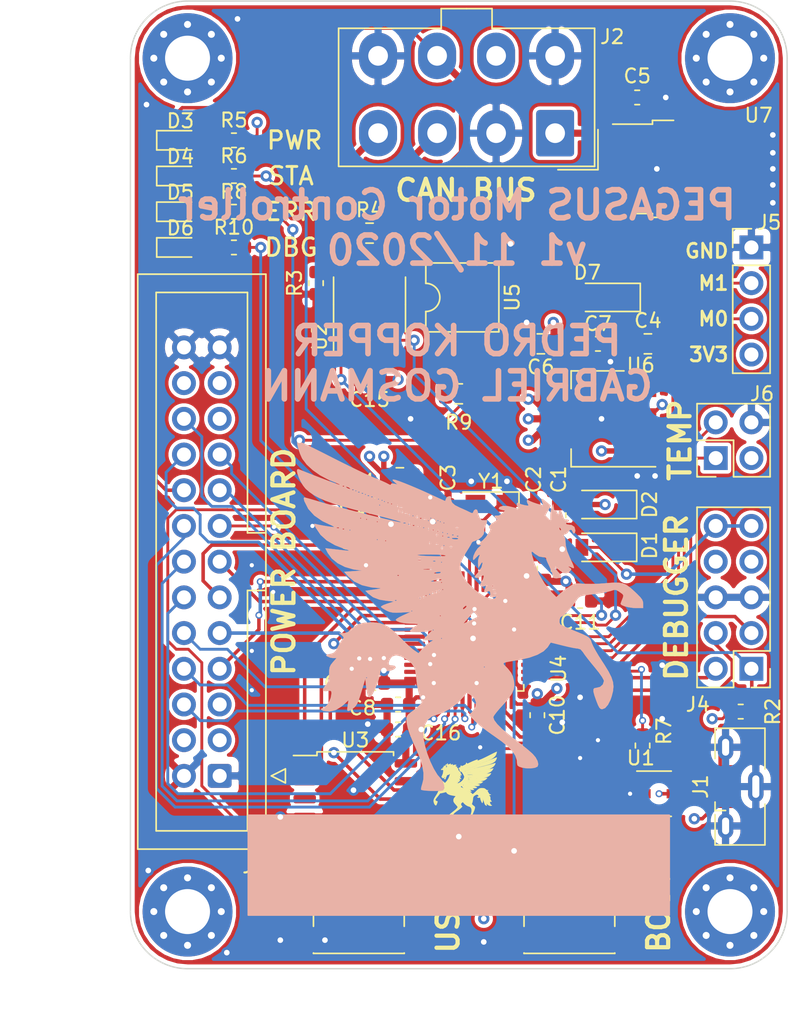
<source format=kicad_pcb>
(kicad_pcb (version 20171130) (host pcbnew 5.1.6)
  (layers (0 F.Cu signal) (1 In1.Cu power) (2 In2.Cu power) (31 B.Cu signal) (34 B.Paste user hide) (35 F.Paste user hide) (36 B.SilkS user hide) (37 F.SilkS user hide) (38 B.Mask user hide) (39 F.Mask user hide) (44 Edge.Cuts user))
  (net 0 "")
  (net 1 GND)
  (net 2 "Net-(C1-Pad1)")
  (net 3 "Net-(C2-Pad1)")
  (net 4 "Net-(C3-Pad2)")
  (net 5 +5V)
  (net 6 +12V)
  (net 7 +3V3)
  (net 8 "Net-(C7-Pad1)")
  (net 9 +3.3VADC)
  (net 10 "Net-(D1-Pad2)")
  (net 11 "Net-(D3-Pad2)")
  (net 12 "Net-(D4-Pad2)")
  (net 13 "Net-(D5-Pad2)")
  (net 14 "Net-(D6-Pad2)")
  (net 15 "Net-(J1-Pad4)")
  (net 16 CAN_L)
  (net 17 CAN_H)
  (net 18 ~ERROR)
  (net 19 CURR_U)
  (net 20 CURR_W)
  (net 21 HALL2)
  (net 22 V_H)
  (net 23 U_L)
  (net 24 W_L)
  (net 25 ENABLE)
  (net 26 CURR_V)
  (net 27 HALL3)
  (net 28 HALL1)
  (net 29 U_H)
  (net 30 W_H)
  (net 31 V_L)
  (net 32 VBUS_SCALED)
  (net 33 ~RESET)
  (net 34 SWCLK)
  (net 35 SWO)
  (net 36 SWDIO)
  (net 37 MULTI1)
  (net 38 MULTI0)
  (net 39 ~BOOT)
  (net 40 "Net-(R3-Pad1)")
  (net 41 STATUS)
  (net 42 ERR_OUT)
  (net 43 "Net-(R9-Pad1)")
  (net 44 DEBUG_LED)
  (net 45 BUTTON)
  (net 46 CAN_TX)
  (net 47 CAN_RX)
  (net 48 "Net-(U2-Pad5)")
  (net 49 ~FLASH_CS)
  (net 50 FLASH_MISO)
  (net 51 "Net-(U3-Pad3)")
  (net 52 FLASH_MOSI)
  (net 53 FLASH_CLK)
  (net 54 "Net-(U3-Pad7)")
  (net 55 "Net-(J3-Pad5)")
  (net 56 USB_D-)
  (net 57 USB_D+)
  (net 58 "Net-(J6-Pad2)")
  (net 59 "Net-(J6-Pad1)")
  (net 60 NTC_PWR)
  (net 61 "Net-(R7-Pad2)")
  (module Connector_PinHeader_2.54mm:PinHeader_2x05_P2.54mm_Vertical (layer F.Cu) (at 110.236 88.9 180)
    (fp_text reference J4 (at 3.81 -2.54) (layer F.SilkS))
    (fp_text value Mini-Debugging)
    (pad 1 thru_hole rect (at 0 0 180) (size 1.7 1.7) (drill 1) (layers *.Cu *.Mask) (net 33 ~RESET))
    (pad 2 thru_hole oval (at 2.54 0 180) (size 1.7 1.7) (drill 1) (layers *.Cu *.Mask) (net 34 SWCLK))
    (pad 3 thru_hole oval (at 0 2.54 180) (size 1.7 1.7) (drill 1) (layers *.Cu *.Mask) (net 35 SWO))
    (pad 4 thru_hole oval (at 2.54 2.54 180) (size 1.7 1.7) (drill 1) (layers *.Cu *.Mask) (net 36 SWDIO))
    (pad 5 thru_hole oval (at 0 5.08 180) (size 1.7 1.7) (drill 1) (layers *.Cu *.Mask) (net 1 GND))
    (pad 6 thru_hole oval (at 2.54 5.08 180) (size 1.7 1.7) (drill 1) (layers *.Cu *.Mask) (net 1 GND))
    (pad 7 thru_hole oval (at 0 7.62 180) (size 1.7 1.7) (drill 1) (layers *.Cu *.Mask) (net 7 +3V3))
    (pad 8 thru_hole oval (at 2.54 7.62 180) (size 1.7 1.7) (drill 1) (layers *.Cu *.Mask) (net 7 +3V3))
    (pad 9 thru_hole oval (at 0 10.16 180) (size 1.7 1.7) (drill 1) (layers *.Cu *.Mask) (net 10 "Net-(D1-Pad2)"))
    (pad 10 thru_hole oval (at 2.54 10.16 180) (size 1.7 1.7) (drill 1) (layers *.Cu *.Mask) (net 10 "Net-(D1-Pad2)"))
  )
  (module Package_TO_SOT_SMD:SOT-23-6 (layer F.Cu) (at 103.632 97.79)
    (fp_text reference U1 (at -1.27 -2.54) (layer F.SilkS))
    (fp_text value SRV05-4)
    (pad 1 smd rect (at -1.1 -0.95) (size 1.06 0.65) (layers F.Cu F.Paste F.Mask) (net 57 USB_D+))
    (pad 2 smd rect (at -1.1 0) (size 1.06 0.65) (layers F.Cu F.Paste F.Mask) (net 1 GND))
    (pad 3 smd rect (at -1.1 0.95) (size 1.06 0.65) (layers F.Cu F.Paste F.Mask) (net 56 USB_D-))
    (pad 4 smd rect (at 1.1 0.95) (size 1.06 0.65) (layers F.Cu F.Paste F.Mask) (net 56 USB_D-))
    (pad 6 smd rect (at 1.1 -0.95) (size 1.06 0.65) (layers F.Cu F.Paste F.Mask) (net 57 USB_D+))
    (pad 5 smd rect (at 1.1 0) (size 1.06 0.65) (layers F.Cu F.Paste F.Mask) (net 2 "Net-(C1-Pad1)"))
  )
  (module Connector_PinHeader_2.54mm:PinHeader_2x02_P2.54mm_Vertical (layer F.Cu) (at 107.696 73.914 90)
    (fp_text reference J6 (at 4.572 3.302 180) (layer F.SilkS))
    (fp_text value TEMP)
    (pad 4 thru_hole oval (at 2.54 2.54 90) (size 1.7 1.7) (drill 1) (layers *.Cu *.Mask) (net 1 GND))
    (pad 3 thru_hole oval (at 0 2.54 90) (size 1.7 1.7) (drill 1) (layers *.Cu *.Mask) (net 7 +3V3))
    (pad 2 thru_hole oval (at 2.54 0 90) (size 1.7 1.7) (drill 1) (layers *.Cu *.Mask) (net 58 "Net-(J6-Pad2)"))
    (pad 1 thru_hole rect (at 0 0 90) (size 1.7 1.7) (drill 1) (layers *.Cu *.Mask) (net 59 "Net-(J6-Pad1)"))
  )
  (module Custom:pegasus_large (layer B.Cu) (at 90.17 85.09 180)
    (fp_text reference G*** hide)
    (fp_text value LOGO hide)
  )
  (module Connector_USB:USB_Micro-B_Molex-105133-0001 (layer F.Cu) (at 109.474 97.282 90)
    (fp_text reference J1 (at 0 -2.85 90) (layer F.SilkS))
    (fp_text value USB_B_Mini)
    (pad 6 thru_hole oval (at 0 1.075 90) (size 2.2 1.1) (drill oval 1.6 0.5) (layers *.Cu *.Mask) (net 1 GND))
    (pad 6 thru_hole oval (at 2.8 -1.075 90) (size 1.8 1.1) (drill oval 1.2 0.5) (layers *.Cu *.Mask) (net 1 GND))
    (pad 6 thru_hole oval (at -2.8 -1.075 90) (size 1.8 1.1) (drill oval 1.2 0.5) (layers *.Cu *.Mask) (net 1 GND))
    (pad 1 smd rect (at -1.3 -0.825 90) (size 0.45 1.5) (layers F.Cu F.Paste F.Mask) (net 2 "Net-(C1-Pad1)"))
    (pad 5 smd rect (at 1.3 -0.825 90) (size 0.45 1.5) (layers F.Cu F.Paste F.Mask) (net 1 GND))
    (pad 2 smd rect (at -0.65 -0.825 90) (size 0.45 1.5) (layers F.Cu F.Paste F.Mask) (net 56 USB_D-))
    (pad 4 smd rect (at 0.65 -0.825 90) (size 0.45 1.5) (layers F.Cu F.Paste F.Mask) (net 15 "Net-(J1-Pad4)"))
    (pad 3 smd rect (at 0 -0.825 90) (size 0.45 1.5) (layers F.Cu F.Paste F.Mask) (net 57 USB_D+))
  )
  (module Custom:pegasus (layer F.Cu) (at 89.662 97.282)
    (fp_text reference G*** hide)
    (fp_text value LOGO hide)
  )
  (module MountingHole:MountingHole_3.2mm_M3_Pad_Via (layer F.Cu) (at 108.712 45.466)
    (fp_text reference REF** hide)
    (fp_text value MountingHole_3.2mm_M3_Pad_Via)
    (pad 1 thru_hole circle (at 1.697056 -1.697056) (size 0.8 0.8) (drill 0.5) (layers *.Cu *.Mask))
    (pad 1 thru_hole circle (at 0 -2.4) (size 0.8 0.8) (drill 0.5) (layers *.Cu *.Mask))
    (pad 1 thru_hole circle (at -1.697056 -1.697056) (size 0.8 0.8) (drill 0.5) (layers *.Cu *.Mask))
    (pad 1 thru_hole circle (at -2.4 0) (size 0.8 0.8) (drill 0.5) (layers *.Cu *.Mask))
    (pad 1 thru_hole circle (at -1.697056 1.697056) (size 0.8 0.8) (drill 0.5) (layers *.Cu *.Mask))
    (pad 1 thru_hole circle (at 0 2.4) (size 0.8 0.8) (drill 0.5) (layers *.Cu *.Mask))
    (pad 1 thru_hole circle (at 1.697056 1.697056) (size 0.8 0.8) (drill 0.5) (layers *.Cu *.Mask))
    (pad 1 thru_hole circle (at 2.4 0) (size 0.8 0.8) (drill 0.5) (layers *.Cu *.Mask))
    (pad 1 thru_hole circle (at 0 0) (size 6.4 6.4) (drill 3.2) (layers *.Cu *.Mask))
  )
  (module MountingHole:MountingHole_3.2mm_M3_Pad_Via (layer F.Cu) (at 70.104 45.466)
    (fp_text reference REF** hide)
    (fp_text value MountingHole_3.2mm_M3_Pad_Via)
    (pad 1 thru_hole circle (at 1.697056 -1.697056) (size 0.8 0.8) (drill 0.5) (layers *.Cu *.Mask))
    (pad 1 thru_hole circle (at 0 -2.4) (size 0.8 0.8) (drill 0.5) (layers *.Cu *.Mask))
    (pad 1 thru_hole circle (at -1.697056 -1.697056) (size 0.8 0.8) (drill 0.5) (layers *.Cu *.Mask))
    (pad 1 thru_hole circle (at -2.4 0) (size 0.8 0.8) (drill 0.5) (layers *.Cu *.Mask))
    (pad 1 thru_hole circle (at -1.697056 1.697056) (size 0.8 0.8) (drill 0.5) (layers *.Cu *.Mask))
    (pad 1 thru_hole circle (at 0 2.4) (size 0.8 0.8) (drill 0.5) (layers *.Cu *.Mask))
    (pad 1 thru_hole circle (at 1.697056 1.697056) (size 0.8 0.8) (drill 0.5) (layers *.Cu *.Mask))
    (pad 1 thru_hole circle (at 2.4 0) (size 0.8 0.8) (drill 0.5) (layers *.Cu *.Mask))
    (pad 1 thru_hole circle (at 0 0) (size 6.4 6.4) (drill 3.2) (layers *.Cu *.Mask))
  )
  (module MountingHole:MountingHole_3.2mm_M3_Pad_Via (layer F.Cu) (at 108.712 106.172)
    (fp_text reference REF** hide)
    (fp_text value MountingHole_3.2mm_M3_Pad_Via)
    (pad 1 thru_hole circle (at 1.697056 -1.697056) (size 0.8 0.8) (drill 0.5) (layers *.Cu *.Mask))
    (pad 1 thru_hole circle (at 0 -2.4) (size 0.8 0.8) (drill 0.5) (layers *.Cu *.Mask))
    (pad 1 thru_hole circle (at -1.697056 -1.697056) (size 0.8 0.8) (drill 0.5) (layers *.Cu *.Mask))
    (pad 1 thru_hole circle (at -2.4 0) (size 0.8 0.8) (drill 0.5) (layers *.Cu *.Mask))
    (pad 1 thru_hole circle (at -1.697056 1.697056) (size 0.8 0.8) (drill 0.5) (layers *.Cu *.Mask))
    (pad 1 thru_hole circle (at 0 2.4) (size 0.8 0.8) (drill 0.5) (layers *.Cu *.Mask))
    (pad 1 thru_hole circle (at 1.697056 1.697056) (size 0.8 0.8) (drill 0.5) (layers *.Cu *.Mask))
    (pad 1 thru_hole circle (at 2.4 0) (size 0.8 0.8) (drill 0.5) (layers *.Cu *.Mask))
    (pad 1 thru_hole circle (at 0 0) (size 6.4 6.4) (drill 3.2) (layers *.Cu *.Mask))
  )
  (module MountingHole:MountingHole_3.2mm_M3_Pad_Via (layer F.Cu) (at 70.104 106.172)
    (fp_text reference REF** hide)
    (fp_text value MountingHole_3.2mm_M3_Pad_Via)
    (pad 1 thru_hole circle (at 1.697056 -1.697056) (size 0.8 0.8) (drill 0.5) (layers *.Cu *.Mask))
    (pad 1 thru_hole circle (at 0 -2.4) (size 0.8 0.8) (drill 0.5) (layers *.Cu *.Mask))
    (pad 1 thru_hole circle (at -1.697056 -1.697056) (size 0.8 0.8) (drill 0.5) (layers *.Cu *.Mask))
    (pad 1 thru_hole circle (at -2.4 0) (size 0.8 0.8) (drill 0.5) (layers *.Cu *.Mask))
    (pad 1 thru_hole circle (at -1.697056 1.697056) (size 0.8 0.8) (drill 0.5) (layers *.Cu *.Mask))
    (pad 1 thru_hole circle (at 0 2.4) (size 0.8 0.8) (drill 0.5) (layers *.Cu *.Mask))
    (pad 1 thru_hole circle (at 1.697056 1.697056) (size 0.8 0.8) (drill 0.5) (layers *.Cu *.Mask))
    (pad 1 thru_hole circle (at 2.4 0) (size 0.8 0.8) (drill 0.5) (layers *.Cu *.Mask))
    (pad 1 thru_hole circle (at 0 0) (size 6.4 6.4) (drill 3.2) (layers *.Cu *.Mask))
  )
  (module Capacitor_SMD:C_0603_1608Metric (layer F.Cu) (at 96.52 77.978 270)
    (fp_text reference C1 (at -2.54 0 90) (layer F.SilkS))
    (fp_text value 100nF)
    (pad 2 smd roundrect (at 0.7875 0 270) (size 0.875 0.95) (layers F.Cu F.Paste F.Mask) (net 1 GND))
    (pad 1 smd roundrect (at -0.7875 0 270) (size 0.875 0.95) (layers F.Cu F.Paste F.Mask) (net 2 "Net-(C1-Pad1)"))
  )
  (module Capacitor_SMD:C_0603_1608Metric (layer F.Cu) (at 94.742 77.978 90)
    (fp_text reference C2 (at 2.54 0 90) (layer F.SilkS))
    (fp_text value 12pF)
    (pad 1 smd roundrect (at -0.7875 0 90) (size 0.875 0.95) (layers F.Cu F.Paste F.Mask) (net 3 "Net-(C2-Pad1)"))
    (pad 2 smd roundrect (at 0.7875 0 90) (size 0.875 0.95) (layers F.Cu F.Paste F.Mask) (net 1 GND))
  )
  (module Capacitor_SMD:C_0603_1608Metric (layer F.Cu) (at 88.646 77.978 270)
    (fp_text reference C3 (at -2.667 0 90) (layer F.SilkS))
    (fp_text value 12pF)
    (pad 2 smd roundrect (at 0.7875 0 270) (size 0.875 0.95) (layers F.Cu F.Paste F.Mask) (net 4 "Net-(C3-Pad2)"))
    (pad 1 smd roundrect (at -0.7875 0 270) (size 0.875 0.95) (layers F.Cu F.Paste F.Mask) (net 1 GND))
  )
  (module Capacitor_SMD:C_0805_2012Metric (layer F.Cu) (at 102.87 65.786)
    (fp_text reference C4 (at 0 -1.65) (layer F.SilkS))
    (fp_text value 22uF)
    (pad 2 smd roundrect (at 0.9375 0) (size 0.975 1.4) (layers F.Cu F.Paste F.Mask) (net 1 GND))
    (pad 1 smd roundrect (at -0.9375 0) (size 0.975 1.4) (layers F.Cu F.Paste F.Mask) (net 5 +5V))
  )
  (module Capacitor_SMD:C_0603_1608Metric (layer F.Cu) (at 102.108 48.26)
    (fp_text reference C5 (at 0 -1.524) (layer F.SilkS))
    (fp_text value 4.7uF)
    (pad 2 smd roundrect (at 0.7875 0) (size 0.875 0.95) (layers F.Cu F.Paste F.Mask) (net 1 GND))
    (pad 1 smd roundrect (at -0.7875 0) (size 0.875 0.95) (layers F.Cu F.Paste F.Mask) (net 6 +12V))
  )
  (module Capacitor_SMD:C_0805_2012Metric (layer F.Cu) (at 95.25 65.786 180)
    (fp_text reference C6 (at 0 -1.65) (layer F.SilkS))
    (fp_text value 22uF)
    (pad 1 smd roundrect (at -0.9375 0 180) (size 0.975 1.4) (layers F.Cu F.Paste F.Mask) (net 7 +3V3))
    (pad 2 smd roundrect (at 0.9375 0 180) (size 0.975 1.4) (layers F.Cu F.Paste F.Mask) (net 1 GND))
  )
  (module Capacitor_SMD:C_0603_1608Metric (layer F.Cu) (at 99.314 65.786)
    (fp_text reference C7 (at 0 -1.43) (layer F.SilkS))
    (fp_text value 100nF)
    (pad 1 smd roundrect (at -0.7875 0) (size 0.875 0.95) (layers F.Cu F.Paste F.Mask) (net 8 "Net-(C7-Pad1)"))
    (pad 2 smd roundrect (at 0.7875 0) (size 0.875 0.95) (layers F.Cu F.Paste F.Mask) (net 1 GND))
  )
  (module Capacitor_SMD:C_0603_1608Metric (layer F.Cu) (at 85.09 91.44 180)
    (fp_text reference C8 (at 2.54 -0.254) (layer F.SilkS))
    (fp_text value 4.7uF)
    (pad 1 smd roundrect (at -0.7875 0 180) (size 0.875 0.95) (layers F.Cu F.Paste F.Mask) (net 7 +3V3))
    (pad 2 smd roundrect (at 0.7875 0 180) (size 0.875 0.95) (layers F.Cu F.Paste F.Mask) (net 1 GND))
  )
  (module Capacitor_SMD:C_0603_1608Metric (layer F.Cu) (at 83.312 89.916 180)
    (fp_text reference C9 (at 2.54 0) (layer F.SilkS))
    (fp_text value 100nF)
    (pad 2 smd roundrect (at 0.7875 0 180) (size 0.875 0.95) (layers F.Cu F.Paste F.Mask) (net 1 GND))
    (pad 1 smd roundrect (at -0.7875 0 180) (size 0.875 0.95) (layers F.Cu F.Paste F.Mask) (net 7 +3V3))
  )
  (module Capacitor_SMD:C_0603_1608Metric (layer F.Cu) (at 94.996 92.202 270)
    (fp_text reference C10 (at 0 -1.43 90) (layer F.SilkS))
    (fp_text value 100nF)
    (pad 1 smd roundrect (at -0.7875 0 270) (size 0.875 0.95) (layers F.Cu F.Paste F.Mask) (net 7 +3V3))
    (pad 2 smd roundrect (at 0.7875 0 270) (size 0.875 0.95) (layers F.Cu F.Paste F.Mask) (net 1 GND))
  )
  (module Capacitor_SMD:C_0603_1608Metric (layer F.Cu) (at 98.044 84.074)
    (fp_text reference C11 (at 0 1.524) (layer F.SilkS))
    (fp_text value 100nF)
    (pad 2 smd roundrect (at 0.7875 0) (size 0.875 0.95) (layers F.Cu F.Paste F.Mask) (net 1 GND))
    (pad 1 smd roundrect (at -0.7875 0) (size 0.875 0.95) (layers F.Cu F.Paste F.Mask) (net 7 +3V3))
  )
  (module Capacitor_SMD:C_0603_1608Metric (layer F.Cu) (at 95.504 81.788 90)
    (fp_text reference C12 (at 0.889 -2.286 180) (layer F.SilkS))
    (fp_text value 100nF)
    (pad 1 smd roundrect (at -0.7875 0 90) (size 0.875 0.95) (layers F.Cu F.Paste F.Mask) (net 7 +3V3))
    (pad 2 smd roundrect (at 0.7875 0 90) (size 0.875 0.95) (layers F.Cu F.Paste F.Mask) (net 1 GND))
  )
  (module Capacitor_SMD:C_0603_1608Metric (layer F.Cu) (at 85.344 77.343 180)
    (fp_text reference C13 (at 3.048 0) (layer F.SilkS))
    (fp_text value 4.7uF)
    (pad 1 smd roundrect (at -0.7875 0 180) (size 0.875 0.95) (layers F.Cu F.Paste F.Mask) (net 9 +3.3VADC))
    (pad 2 smd roundrect (at 0.7875 0 180) (size 0.875 0.95) (layers F.Cu F.Paste F.Mask) (net 1 GND))
  )
  (module Capacitor_SMD:C_0603_1608Metric (layer F.Cu) (at 85.344 79.883 180)
    (fp_text reference C14 (at 3.048 0) (layer F.SilkS))
    (fp_text value 100nF)
    (pad 2 smd roundrect (at 0.7875 0 180) (size 0.875 0.95) (layers F.Cu F.Paste F.Mask) (net 1 GND))
    (pad 1 smd roundrect (at -0.7875 0 180) (size 0.875 0.95) (layers F.Cu F.Paste F.Mask) (net 9 +3.3VADC))
  )
  (module Capacitor_SMD:C_0603_1608Metric (layer F.Cu) (at 83.058 68.326 180)
    (fp_text reference C15 (at 0 -1.43) (layer F.SilkS))
    (fp_text value 100nF)
    (pad 1 smd roundrect (at -0.7875 0 180) (size 0.875 0.95) (layers F.Cu F.Paste F.Mask) (net 7 +3V3))
    (pad 2 smd roundrect (at 0.7875 0 180) (size 0.875 0.95) (layers F.Cu F.Paste F.Mask) (net 1 GND))
  )
  (module Capacitor_SMD:C_0603_1608Metric (layer F.Cu) (at 85.09 93.218 180)
    (fp_text reference C16 (at -3.048 -0.254) (layer F.SilkS))
    (fp_text value 100nF)
    (pad 2 smd roundrect (at 0.7875 0 180) (size 0.875 0.95) (layers F.Cu F.Paste F.Mask) (net 1 GND))
    (pad 1 smd roundrect (at -0.7875 0 180) (size 0.875 0.95) (layers F.Cu F.Paste F.Mask) (net 7 +3V3))
  )
  (module Diode_SMD:D_SOD-123 (layer F.Cu) (at 99.822 80.264 180)
    (fp_text reference D1 (at -3.175 0.127 90) (layer F.SilkS))
    (fp_text value 1N5819)
    (pad 1 smd rect (at -1.65 0 180) (size 0.9 1.2) (layers F.Cu F.Paste F.Mask) (net 5 +5V))
    (pad 2 smd rect (at 1.65 0 180) (size 0.9 1.2) (layers F.Cu F.Paste F.Mask) (net 10 "Net-(D1-Pad2)"))
  )
  (module Diode_SMD:D_SOD-123 (layer F.Cu) (at 99.822 77.216 180)
    (fp_text reference D2 (at -3.175 0 90) (layer F.SilkS))
    (fp_text value 1N5819)
    (pad 2 smd rect (at 1.65 0 180) (size 0.9 1.2) (layers F.Cu F.Paste F.Mask) (net 2 "Net-(C1-Pad1)"))
    (pad 1 smd rect (at -1.65 0 180) (size 0.9 1.2) (layers F.Cu F.Paste F.Mask) (net 5 +5V))
  )
  (module LED_SMD:LED_0603_1608Metric_Castellated (layer F.Cu) (at 69.596 51.308)
    (fp_text reference D3 (at 0 -1.38) (layer F.SilkS))
    (fp_text value PWR)
    (pad 2 smd roundrect (at 0.8125 0) (size 1.225 0.85) (layers F.Cu F.Paste F.Mask) (net 11 "Net-(D3-Pad2)"))
    (pad 1 smd roundrect (at -0.8125 0) (size 1.225 0.85) (layers F.Cu F.Paste F.Mask) (net 1 GND))
  )
  (module LED_SMD:LED_0603_1608Metric_Castellated (layer F.Cu) (at 69.596 53.848)
    (fp_text reference D4 (at 0 -1.38) (layer F.SilkS))
    (fp_text value STATUS)
    (pad 1 smd roundrect (at -0.8125 0) (size 1.225 0.85) (layers F.Cu F.Paste F.Mask) (net 1 GND))
    (pad 2 smd roundrect (at 0.8125 0) (size 1.225 0.85) (layers F.Cu F.Paste F.Mask) (net 12 "Net-(D4-Pad2)"))
  )
  (module LED_SMD:LED_0603_1608Metric_Castellated (layer F.Cu) (at 69.596 56.388)
    (fp_text reference D5 (at 0 -1.38) (layer F.SilkS))
    (fp_text value FAULT)
    (pad 2 smd roundrect (at 0.8125 0) (size 1.225 0.85) (layers F.Cu F.Paste F.Mask) (net 13 "Net-(D5-Pad2)"))
    (pad 1 smd roundrect (at -0.8125 0) (size 1.225 0.85) (layers F.Cu F.Paste F.Mask) (net 1 GND))
  )
  (module LED_SMD:LED_0603_1608Metric_Castellated (layer F.Cu) (at 69.596 58.928)
    (fp_text reference D6 (at 0 -1.38) (layer F.SilkS))
    (fp_text value DEBUG)
    (pad 1 smd roundrect (at -0.8125 0) (size 1.225 0.85) (layers F.Cu F.Paste F.Mask) (net 1 GND))
    (pad 2 smd roundrect (at 0.8125 0) (size 1.225 0.85) (layers F.Cu F.Paste F.Mask) (net 14 "Net-(D6-Pad2)"))
  )
  (module Diode_SMD:D_SOD-123 (layer F.Cu) (at 100.076 62.484 180)
    (fp_text reference D7 (at 1.524 1.778) (layer F.SilkS))
    (fp_text value 1N5819)
    (pad 1 smd rect (at -1.65 0 180) (size 0.9 1.2) (layers F.Cu F.Paste F.Mask) (net 5 +5V))
    (pad 2 smd rect (at 1.65 0 180) (size 0.9 1.2) (layers F.Cu F.Paste F.Mask) (net 8 "Net-(C7-Pad1)"))
  )
  (module Inductor_SMD:L_0805_2012Metric (layer F.Cu) (at 85.217 75.311 180)
    (fp_text reference FB1 (at 3.048 -0.254) (layer F.SilkS))
    (fp_text value Ferrite)
    (pad 1 smd roundrect (at -0.9375 0 180) (size 0.975 1.4) (layers F.Cu F.Paste F.Mask) (net 9 +3.3VADC))
    (pad 2 smd roundrect (at 0.9375 0 180) (size 0.975 1.4) (layers F.Cu F.Paste F.Mask) (net 7 +3V3))
  )
  (module Connector_Molex:Molex_Mini-Fit_Jr_5566-08A_2x04_P4.20mm_Vertical (layer F.Cu) (at 96.266 50.8 180)
    (fp_text reference J2 (at -4.064 6.858) (layer F.SilkS))
    (fp_text value "CAN BUS")
    (pad 1 thru_hole roundrect (at 0 0 180) (size 2.7 3.3) (drill 1.4) (layers *.Cu *.Mask) (roundrect_rratio 0.09259299999999999) (net 6 +12V))
    (pad 2 thru_hole oval (at 4.2 0 180) (size 2.7 3.3) (drill 1.4) (layers *.Cu *.Mask) (net 1 GND))
    (pad 3 thru_hole oval (at 8.4 0 180) (size 2.7 3.3) (drill 1.4) (layers *.Cu *.Mask) (net 16 CAN_L))
    (pad 4 thru_hole oval (at 12.6 0 180) (size 2.7 3.3) (drill 1.4) (layers *.Cu *.Mask) (net 17 CAN_H))
    (pad 5 thru_hole oval (at 0 5.5 180) (size 2.7 3.3) (drill 1.4) (layers *.Cu *.Mask) (net 1 GND))
    (pad 6 thru_hole oval (at 4.2 5.5 180) (size 2.7 3.3) (drill 1.4) (layers *.Cu *.Mask) (net 6 +12V))
    (pad 7 thru_hole oval (at 8.4 5.5 180) (size 2.7 3.3) (drill 1.4) (layers *.Cu *.Mask) (net 18 ~ERROR))
    (pad 8 thru_hole oval (at 12.6 5.5 180) (size 2.7 3.3) (drill 1.4) (layers *.Cu *.Mask) (net 1 GND))
  )
  (module Connector_IDC:IDC-Header_2x13_P2.54mm_Vertical (layer F.Cu) (at 72.39 96.52 180)
    (fp_text reference J3 (at -2.4765 -6.4135) (layer F.SilkS))
    (fp_text value TO_POWER_BOARD)
    (pad 1 thru_hole roundrect (at 0 0 180) (size 1.7 1.7) (drill 1) (layers *.Cu *.Mask) (roundrect_rratio 0.147059) (net 1 GND))
    (pad 3 thru_hole circle (at 0 2.54 180) (size 1.7 1.7) (drill 1) (layers *.Cu *.Mask) (net 6 +12V))
    (pad 5 thru_hole circle (at 0 5.08 180) (size 1.7 1.7) (drill 1) (layers *.Cu *.Mask) (net 55 "Net-(J3-Pad5)"))
    (pad 7 thru_hole circle (at 0 7.62 180) (size 1.7 1.7) (drill 1) (layers *.Cu *.Mask) (net 60 NTC_PWR))
    (pad 9 thru_hole circle (at 0 10.16 180) (size 1.7 1.7) (drill 1) (layers *.Cu *.Mask) (net 19 CURR_U))
    (pad 11 thru_hole circle (at 0 12.7 180) (size 1.7 1.7) (drill 1) (layers *.Cu *.Mask) (net 26 CURR_V))
    (pad 13 thru_hole circle (at 0 15.24 180) (size 1.7 1.7) (drill 1) (layers *.Cu *.Mask) (net 20 CURR_W))
    (pad 15 thru_hole circle (at 0 17.78 180) (size 1.7 1.7) (drill 1) (layers *.Cu *.Mask) (net 27 HALL3))
    (pad 17 thru_hole circle (at 0 20.32 180) (size 1.7 1.7) (drill 1) (layers *.Cu *.Mask) (net 21 HALL2))
    (pad 19 thru_hole circle (at 0 22.86 180) (size 1.7 1.7) (drill 1) (layers *.Cu *.Mask) (net 28 HALL1))
    (pad 21 thru_hole circle (at 0 25.4 180) (size 1.7 1.7) (drill 1) (layers *.Cu *.Mask) (net 5 +5V))
    (pad 23 thru_hole circle (at 0 27.94 180) (size 1.7 1.7) (drill 1) (layers *.Cu *.Mask) (net 6 +12V))
    (pad 25 thru_hole circle (at 0 30.48 180) (size 1.7 1.7) (drill 1) (layers *.Cu *.Mask) (net 1 GND))
    (pad 2 thru_hole circle (at 2.54 0 180) (size 1.7 1.7) (drill 1) (layers *.Cu *.Mask) (net 1 GND))
    (pad 4 thru_hole circle (at 2.54 2.54 180) (size 1.7 1.7) (drill 1) (layers *.Cu *.Mask) (net 6 +12V))
    (pad 6 thru_hole circle (at 2.54 5.08 180) (size 1.7 1.7) (drill 1) (layers *.Cu *.Mask) (net 29 U_H))
    (pad 8 thru_hole circle (at 2.54 7.62 180) (size 1.7 1.7) (drill 1) (layers *.Cu *.Mask) (net 22 V_H))
    (pad 10 thru_hole circle (at 2.54 10.16 180) (size 1.7 1.7) (drill 1) (layers *.Cu *.Mask) (net 30 W_H))
    (pad 12 thru_hole circle (at 2.54 12.7 180) (size 1.7 1.7) (drill 1) (layers *.Cu *.Mask) (net 23 U_L))
    (pad 14 thru_hole circle (at 2.54 15.24 180) (size 1.7 1.7) (drill 1) (layers *.Cu *.Mask) (net 31 V_L))
    (pad 16 thru_hole circle (at 2.54 17.78 180) (size 1.7 1.7) (drill 1) (layers *.Cu *.Mask) (net 24 W_L))
    (pad 18 thru_hole circle (at 2.54 20.32 180) (size 1.7 1.7) (drill 1) (layers *.Cu *.Mask) (net 18 ~ERROR))
    (pad 20 thru_hole circle (at 2.54 22.86 180) (size 1.7 1.7) (drill 1) (layers *.Cu *.Mask) (net 25 ENABLE))
    (pad 22 thru_hole circle (at 2.54 25.4 180) (size 1.7 1.7) (drill 1) (layers *.Cu *.Mask) (net 32 VBUS_SCALED))
    (pad 24 thru_hole circle (at 2.54 27.94 180) (size 1.7 1.7) (drill 1) (layers *.Cu *.Mask) (net 6 +12V))
    (pad 26 thru_hole circle (at 2.54 30.48 180) (size 1.7 1.7) (drill 1) (layers *.Cu *.Mask) (net 1 GND))
  )
  (module Connector_PinHeader_2.54mm:PinHeader_1x04_P2.54mm_Vertical (layer F.Cu) (at 110.236 58.928)
    (fp_text reference J5 (at 1.27 -1.778) (layer F.SilkS))
    (fp_text value MULTI)
    (pad 1 thru_hole rect (at 0 0) (size 1.7 1.7) (drill 1) (layers *.Cu *.Mask) (net 1 GND))
    (pad 2 thru_hole oval (at 0 2.54) (size 1.7 1.7) (drill 1) (layers *.Cu *.Mask) (net 37 MULTI1))
    (pad 3 thru_hole oval (at 0 5.08) (size 1.7 1.7) (drill 1) (layers *.Cu *.Mask) (net 38 MULTI0))
    (pad 4 thru_hole oval (at 0 7.62) (size 1.7 1.7) (drill 1) (layers *.Cu *.Mask) (net 7 +3V3))
  )
  (module Resistor_SMD:R_0603_1608Metric (layer F.Cu) (at 91.186 104.394 270)
    (fp_text reference R1 (at -2.032 0 180) (layer F.SilkS))
    (fp_text value 4k7)
    (pad 2 smd roundrect (at 0.7875 0 270) (size 0.875 0.95) (layers F.Cu F.Paste F.Mask) (net 7 +3V3))
    (pad 1 smd roundrect (at -0.7875 0 270) (size 0.875 0.95) (layers F.Cu F.Paste F.Mask) (net 39 ~BOOT))
  )
  (module Resistor_SMD:R_0603_1608Metric (layer F.Cu) (at 109.474 91.948 180)
    (fp_text reference R2 (at -2.286 0 90) (layer F.SilkS))
    (fp_text value 4k7)
    (pad 1 smd roundrect (at -0.7875 0 180) (size 0.875 0.95) (layers F.Cu F.Paste F.Mask) (net 33 ~RESET))
    (pad 2 smd roundrect (at 0.7875 0 180) (size 0.875 0.95) (layers F.Cu F.Paste F.Mask) (net 7 +3V3))
  )
  (module Resistor_SMD:R_0603_1608Metric (layer F.Cu) (at 79.248 61.468 270)
    (fp_text reference R3 (at 0 1.524 90) (layer F.SilkS))
    (fp_text value 0)
    (pad 2 smd roundrect (at 0.7875 0 270) (size 0.875 0.95) (layers F.Cu F.Paste F.Mask) (net 1 GND))
    (pad 1 smd roundrect (at -0.7875 0 270) (size 0.875 0.95) (layers F.Cu F.Paste F.Mask) (net 40 "Net-(R3-Pad1)"))
  )
  (module Resistor_SMD:R_0805_2012Metric (layer F.Cu) (at 83.058 57.912)
    (fp_text reference R4 (at 0 -1.65) (layer F.SilkS))
    (fp_text value 120)
    (pad 1 smd roundrect (at -0.9375 0) (size 0.975 1.4) (layers F.Cu F.Paste F.Mask) (net 17 CAN_H))
    (pad 2 smd roundrect (at 0.9375 0) (size 0.975 1.4) (layers F.Cu F.Paste F.Mask) (net 16 CAN_L))
  )
  (module Resistor_SMD:R_0603_1608Metric (layer F.Cu) (at 73.406 51.308)
    (fp_text reference R5 (at 0 -1.43) (layer F.SilkS))
    (fp_text value 1k5)
    (pad 2 smd roundrect (at 0.7875 0) (size 0.875 0.95) (layers F.Cu F.Paste F.Mask) (net 7 +3V3))
    (pad 1 smd roundrect (at -0.7875 0) (size 0.875 0.95) (layers F.Cu F.Paste F.Mask) (net 11 "Net-(D3-Pad2)"))
  )
  (module Resistor_SMD:R_0603_1608Metric (layer F.Cu) (at 73.406 53.848)
    (fp_text reference R6 (at 0 -1.43) (layer F.SilkS))
    (fp_text value 1k5)
    (pad 1 smd roundrect (at -0.7875 0) (size 0.875 0.95) (layers F.Cu F.Paste F.Mask) (net 12 "Net-(D4-Pad2)"))
    (pad 2 smd roundrect (at 0.7875 0) (size 0.875 0.95) (layers F.Cu F.Paste F.Mask) (net 41 STATUS))
  )
  (module Resistor_SMD:R_0603_1608Metric (layer F.Cu) (at 102.489 94.361 90)
    (fp_text reference R7 (at 1.016 1.524 90) (layer F.SilkS))
    (fp_text value 1k5)
    (pad 1 smd roundrect (at -0.7875 0 90) (size 0.875 0.95) (layers F.Cu F.Paste F.Mask) (net 57 USB_D+))
    (pad 2 smd roundrect (at 0.7875 0 90) (size 0.875 0.95) (layers F.Cu F.Paste F.Mask) (net 61 "Net-(R7-Pad2)"))
  )
  (module Resistor_SMD:R_0603_1608Metric (layer F.Cu) (at 73.406 56.388)
    (fp_text reference R8 (at 0 -1.43) (layer F.SilkS))
    (fp_text value 1k5)
    (pad 1 smd roundrect (at -0.7875 0) (size 0.875 0.95) (layers F.Cu F.Paste F.Mask) (net 13 "Net-(D5-Pad2)"))
    (pad 2 smd roundrect (at 0.7875 0) (size 0.875 0.95) (layers F.Cu F.Paste F.Mask) (net 42 ERR_OUT))
  )
  (module Resistor_SMD:R_0805_2012Metric (layer F.Cu) (at 89.408 69.342)
    (fp_text reference R9 (at 0 2.032) (layer F.SilkS))
    (fp_text value 120)
    (pad 2 smd roundrect (at 0.9375 0) (size 0.975 1.4) (layers F.Cu F.Paste F.Mask) (net 42 ERR_OUT))
    (pad 1 smd roundrect (at -0.9375 0) (size 0.975 1.4) (layers F.Cu F.Paste F.Mask) (net 43 "Net-(R9-Pad1)"))
  )
  (module Resistor_SMD:R_0603_1608Metric (layer F.Cu) (at 73.406 58.928)
    (fp_text reference R10 (at 0 -1.43) (layer F.SilkS))
    (fp_text value 1k5)
    (pad 2 smd roundrect (at 0.7875 0) (size 0.875 0.95) (layers F.Cu F.Paste F.Mask) (net 44 DEBUG_LED))
    (pad 1 smd roundrect (at -0.7875 0) (size 0.875 0.95) (layers F.Cu F.Paste F.Mask) (net 14 "Net-(D6-Pad2)"))
  )
  (module Button_Switch_SMD:SW_SPST_PTS645 (layer F.Cu) (at 97.282 105.918)
    (fp_text reference SW1 (at 0 -4.05) (layer F.SilkS))
    (fp_text value BOOT)
    (pad 2 smd rect (at 3.98 2.25) (size 1.55 1.3) (layers F.Cu F.Paste F.Mask) (net 1 GND))
    (pad 1 smd rect (at 3.98 -2.25) (size 1.55 1.3) (layers F.Cu F.Paste F.Mask) (net 39 ~BOOT))
    (pad 1 smd rect (at -3.98 -2.25) (size 1.55 1.3) (layers F.Cu F.Paste F.Mask) (net 39 ~BOOT))
    (pad 2 smd rect (at -3.98 2.25) (size 1.55 1.3) (layers F.Cu F.Paste F.Mask) (net 1 GND))
  )
  (module Button_Switch_SMD:SW_SPST_PTS645 (layer F.Cu) (at 82.296 105.918)
    (fp_text reference SW2 (at 0 -4.05) (layer F.SilkS))
    (fp_text value BUTTON)
    (pad 2 smd rect (at -3.98 2.25) (size 1.55 1.3) (layers F.Cu F.Paste F.Mask) (net 1 GND))
    (pad 1 smd rect (at -3.98 -2.25) (size 1.55 1.3) (layers F.Cu F.Paste F.Mask) (net 45 BUTTON))
    (pad 1 smd rect (at 3.98 -2.25) (size 1.55 1.3) (layers F.Cu F.Paste F.Mask) (net 45 BUTTON))
    (pad 2 smd rect (at 3.98 2.25) (size 1.55 1.3) (layers F.Cu F.Paste F.Mask) (net 1 GND))
  )
  (module Package_SO:SOIC-8_3.9x4.9mm_P1.27mm (layer F.Cu) (at 83.058 62.992 90)
    (fp_text reference U2 (at -2.286 -3.556 90) (layer F.SilkS))
    (fp_text value SN65HVD230)
    (pad 1 smd roundrect (at -2.475 -1.905 90) (size 1.95 0.6) (layers F.Cu F.Paste F.Mask) (net 46 CAN_TX))
    (pad 2 smd roundrect (at -2.475 -0.635 90) (size 1.95 0.6) (layers F.Cu F.Paste F.Mask) (net 1 GND))
    (pad 3 smd roundrect (at -2.475 0.635 90) (size 1.95 0.6) (layers F.Cu F.Paste F.Mask) (net 7 +3V3))
    (pad 4 smd roundrect (at -2.475 1.905 90) (size 1.95 0.6) (layers F.Cu F.Paste F.Mask) (net 47 CAN_RX))
    (pad 5 smd roundrect (at 2.475 1.905 90) (size 1.95 0.6) (layers F.Cu F.Paste F.Mask) (net 48 "Net-(U2-Pad5)"))
    (pad 6 smd roundrect (at 2.475 0.635 90) (size 1.95 0.6) (layers F.Cu F.Paste F.Mask) (net 16 CAN_L))
    (pad 7 smd roundrect (at 2.475 -0.635 90) (size 1.95 0.6) (layers F.Cu F.Paste F.Mask) (net 17 CAN_H))
    (pad 8 smd roundrect (at 2.475 -1.905 90) (size 1.95 0.6) (layers F.Cu F.Paste F.Mask) (net 40 "Net-(R3-Pad1)"))
  )
  (module Package_SO:SOIC-8_5.23x5.23mm_P1.27mm (layer F.Cu) (at 82.042 97.536)
    (fp_text reference U3 (at 0 -3.56) (layer F.SilkS))
    (fp_text value W25Q128JVS)
    (pad 1 smd roundrect (at -3.6 -1.905) (size 1.6 0.6) (layers F.Cu F.Paste F.Mask) (net 49 ~FLASH_CS))
    (pad 2 smd roundrect (at -3.6 -0.635) (size 1.6 0.6) (layers F.Cu F.Paste F.Mask) (net 50 FLASH_MISO))
    (pad 3 smd roundrect (at -3.6 0.635) (size 1.6 0.6) (layers F.Cu F.Paste F.Mask) (net 51 "Net-(U3-Pad3)"))
    (pad 4 smd roundrect (at -3.6 1.905) (size 1.6 0.6) (layers F.Cu F.Paste F.Mask) (net 1 GND))
    (pad 5 smd roundrect (at 3.6 1.905) (size 1.6 0.6) (layers F.Cu F.Paste F.Mask) (net 52 FLASH_MOSI))
    (pad 6 smd roundrect (at 3.6 0.635) (size 1.6 0.6) (layers F.Cu F.Paste F.Mask) (net 53 FLASH_CLK))
    (pad 7 smd roundrect (at 3.6 -0.635) (size 1.6 0.6) (layers F.Cu F.Paste F.Mask) (net 54 "Net-(U3-Pad7)"))
    (pad 8 smd roundrect (at 3.6 -1.905) (size 1.6 0.6) (layers F.Cu F.Paste F.Mask) (net 7 +3V3))
  )
  (module Package_QFP:LQFP-48_7x7mm_P0.5mm (layer F.Cu) (at 90.424 86.868 270)
    (fp_text reference U4 (at 2.032 -6.096 90) (layer F.SilkS))
    (fp_text value STM32F303CCTx)
    (pad 1 smd roundrect (at -4.1625 -2.75 270) (size 1.475 0.3) (layers F.Cu F.Paste F.Mask) (net 7 +3V3))
    (pad 2 smd roundrect (at -4.1625 -2.25 270) (size 1.475 0.3) (layers F.Cu F.Paste F.Mask) (net 41 STATUS))
    (pad 3 smd roundrect (at -4.1625 -1.75 270) (size 1.475 0.3) (layers F.Cu F.Paste F.Mask) (net 42 ERR_OUT))
    (pad 4 smd roundrect (at -4.1625 -1.25 270) (size 1.475 0.3) (layers F.Cu F.Paste F.Mask) (net 44 DEBUG_LED))
    (pad 5 smd roundrect (at -4.1625 -0.75 270) (size 1.475 0.3) (layers F.Cu F.Paste F.Mask) (net 3 "Net-(C2-Pad1)"))
    (pad 6 smd roundrect (at -4.1625 -0.25 270) (size 1.475 0.3) (layers F.Cu F.Paste F.Mask) (net 4 "Net-(C3-Pad2)"))
    (pad 7 smd roundrect (at -4.1625 0.25 270) (size 1.475 0.3) (layers F.Cu F.Paste F.Mask) (net 33 ~RESET))
    (pad 8 smd roundrect (at -4.1625 0.75 270) (size 1.475 0.3) (layers F.Cu F.Paste F.Mask) (net 1 GND))
    (pad 9 smd roundrect (at -4.1625 1.25 270) (size 1.475 0.3) (layers F.Cu F.Paste F.Mask) (net 9 +3.3VADC))
    (pad 10 smd roundrect (at -4.1625 1.75 270) (size 1.475 0.3) (layers F.Cu F.Paste F.Mask) (net 45 BUTTON))
    (pad 11 smd roundrect (at -4.1625 2.25 270) (size 1.475 0.3) (layers F.Cu F.Paste F.Mask) (net 26 CURR_V))
    (pad 12 smd roundrect (at -4.1625 2.75 270) (size 1.475 0.3) (layers F.Cu F.Paste F.Mask) (net 60 NTC_PWR))
    (pad 13 smd roundrect (at -2.75 4.1625 270) (size 0.3 1.475) (layers F.Cu F.Paste F.Mask) (net 20 CURR_W))
    (pad 14 smd roundrect (at -2.25 4.1625 270) (size 0.3 1.475) (layers F.Cu F.Paste F.Mask) (net 49 ~FLASH_CS))
    (pad 15 smd roundrect (at -1.75 4.1625 270) (size 0.3 1.475) (layers F.Cu F.Paste F.Mask) (net 53 FLASH_CLK))
    (pad 16 smd roundrect (at -1.25 4.1625 270) (size 0.3 1.475) (layers F.Cu F.Paste F.Mask) (net 50 FLASH_MISO))
    (pad 17 smd roundrect (at -0.75 4.1625 270) (size 0.3 1.475) (layers F.Cu F.Paste F.Mask) (net 52 FLASH_MOSI))
    (pad 18 smd roundrect (at -0.25 4.1625 270) (size 0.3 1.475) (layers F.Cu F.Paste F.Mask) (net 19 CURR_U))
    (pad 19 smd roundrect (at 0.25 4.1625 270) (size 0.3 1.475) (layers F.Cu F.Paste F.Mask) (net 25 ENABLE))
    (pad 20 smd roundrect (at 0.75 4.1625 270) (size 0.3 1.475) (layers F.Cu F.Paste F.Mask) (net 32 VBUS_SCALED))
    (pad 21 smd roundrect (at 1.25 4.1625 270) (size 0.3 1.475) (layers F.Cu F.Paste F.Mask) (net 27 HALL3))
    (pad 22 smd roundrect (at 1.75 4.1625 270) (size 0.3 1.475) (layers F.Cu F.Paste F.Mask) (net 21 HALL2))
    (pad 23 smd roundrect (at 2.25 4.1625 270) (size 0.3 1.475) (layers F.Cu F.Paste F.Mask) (net 1 GND))
    (pad 24 smd roundrect (at 2.75 4.1625 270) (size 0.3 1.475) (layers F.Cu F.Paste F.Mask) (net 7 +3V3))
    (pad 25 smd roundrect (at 4.1625 2.75 270) (size 1.475 0.3) (layers F.Cu F.Paste F.Mask) (net 28 HALL1))
    (pad 26 smd roundrect (at 4.1625 2.25 270) (size 1.475 0.3) (layers F.Cu F.Paste F.Mask) (net 23 U_L))
    (pad 27 smd roundrect (at 4.1625 1.75 270) (size 1.475 0.3) (layers F.Cu F.Paste F.Mask) (net 31 V_L))
    (pad 28 smd roundrect (at 4.1625 1.25 270) (size 1.475 0.3) (layers F.Cu F.Paste F.Mask) (net 24 W_L))
    (pad 29 smd roundrect (at 4.1625 0.75 270) (size 1.475 0.3) (layers F.Cu F.Paste F.Mask) (net 29 U_H))
    (pad 30 smd roundrect (at 4.1625 0.25 270) (size 1.475 0.3) (layers F.Cu F.Paste F.Mask) (net 22 V_H))
    (pad 31 smd roundrect (at 4.1625 -0.25 270) (size 1.475 0.3) (layers F.Cu F.Paste F.Mask) (net 30 W_H))
    (pad 32 smd roundrect (at 4.1625 -0.75 270) (size 1.475 0.3) (layers F.Cu F.Paste F.Mask) (net 56 USB_D-))
    (pad 33 smd roundrect (at 4.1625 -1.25 270) (size 1.475 0.3) (layers F.Cu F.Paste F.Mask) (net 57 USB_D+))
    (pad 34 smd roundrect (at 4.1625 -1.75 270) (size 1.475 0.3) (layers F.Cu F.Paste F.Mask) (net 36 SWDIO))
    (pad 35 smd roundrect (at 4.1625 -2.25 270) (size 1.475 0.3) (layers F.Cu F.Paste F.Mask) (net 1 GND))
    (pad 36 smd roundrect (at 4.1625 -2.75 270) (size 1.475 0.3) (layers F.Cu F.Paste F.Mask) (net 7 +3V3))
    (pad 37 smd roundrect (at 2.75 -4.1625 270) (size 0.3 1.475) (layers F.Cu F.Paste F.Mask) (net 34 SWCLK))
    (pad 38 smd roundrect (at 2.25 -4.1625 270) (size 0.3 1.475) (layers F.Cu F.Paste F.Mask) (net 61 "Net-(R7-Pad2)"))
    (pad 39 smd roundrect (at 1.75 -4.1625 270) (size 0.3 1.475) (layers F.Cu F.Paste F.Mask) (net 35 SWO))
    (pad 40 smd roundrect (at 1.25 -4.1625 270) (size 0.3 1.475) (layers F.Cu F.Paste F.Mask) (net 59 "Net-(J6-Pad1)"))
    (pad 41 smd roundrect (at 0.75 -4.1625 270) (size 0.3 1.475) (layers F.Cu F.Paste F.Mask) (net 58 "Net-(J6-Pad2)"))
    (pad 42 smd roundrect (at 0.25 -4.1625 270) (size 0.3 1.475) (layers F.Cu F.Paste F.Mask) (net 38 MULTI0))
    (pad 43 smd roundrect (at -0.25 -4.1625 270) (size 0.3 1.475) (layers F.Cu F.Paste F.Mask) (net 37 MULTI1))
    (pad 44 smd roundrect (at -0.75 -4.1625 270) (size 0.3 1.475) (layers F.Cu F.Paste F.Mask) (net 39 ~BOOT))
    (pad 45 smd roundrect (at -1.25 -4.1625 270) (size 0.3 1.475) (layers F.Cu F.Paste F.Mask) (net 47 CAN_RX))
    (pad 46 smd roundrect (at -1.75 -4.1625 270) (size 0.3 1.475) (layers F.Cu F.Paste F.Mask) (net 46 CAN_TX))
    (pad 47 smd roundrect (at -2.25 -4.1625 270) (size 0.3 1.475) (layers F.Cu F.Paste F.Mask) (net 1 GND))
    (pad 48 smd roundrect (at -2.75 -4.1625 270) (size 0.3 1.475) (layers F.Cu F.Paste F.Mask) (net 7 +3V3))
  )
  (module Package_DIP:SMDIP-4_W7.62mm (layer F.Cu) (at 89.662 62.484 90)
    (fp_text reference U5 (at 0 3.556 90) (layer F.SilkS))
    (fp_text value EL817)
    (pad 1 smd rect (at -3.81 -1.27 90) (size 2 1.78) (layers F.Cu F.Paste F.Mask) (net 43 "Net-(R9-Pad1)"))
    (pad 3 smd rect (at 3.81 1.27 90) (size 2 1.78) (layers F.Cu F.Paste F.Mask) (net 1 GND))
    (pad 2 smd rect (at -3.81 1.27 90) (size 2 1.78) (layers F.Cu F.Paste F.Mask) (net 1 GND))
    (pad 4 smd rect (at 3.81 -1.27 90) (size 2 1.78) (layers F.Cu F.Paste F.Mask) (net 18 ~ERROR))
  )
  (module Package_TO_SOT_SMD:SOT-223-3_TabPin2 (layer F.Cu) (at 99.314 71.12 180)
    (fp_text reference U6 (at -3.048 3.81 180) (layer F.SilkS))
    (fp_text value AMS1117-3.3)
    (pad 2 smd rect (at 3.15 0 180) (size 2 3.8) (layers F.Cu F.Paste F.Mask) (net 7 +3V3))
    (pad 2 smd rect (at -3.15 0 180) (size 2 1.5) (layers F.Cu F.Paste F.Mask) (net 7 +3V3))
    (pad 3 smd rect (at -3.15 2.3 180) (size 2 1.5) (layers F.Cu F.Paste F.Mask) (net 5 +5V))
    (pad 1 smd rect (at -3.15 -2.3 180) (size 2 1.5) (layers F.Cu F.Paste F.Mask) (net 1 GND))
  )
  (module Package_TO_SOT_SMD:TO-252-3_TabPin2 (layer F.Cu) (at 105.664 53.34)
    (fp_text reference U7 (at 5.08 -3.81) (layer F.SilkS))
    (fp_text value L7805)
    (pad 1 smd rect (at -4.2 -2.28) (size 2.2 1.2) (layers F.Cu F.Paste F.Mask) (net 6 +12V))
    (pad 2 smd rect (at -4.2 0) (size 2.2 1.2) (layers F.Cu F.Paste F.Mask) (net 1 GND))
    (pad 3 smd rect (at -4.2 2.28) (size 2.2 1.2) (layers F.Cu F.Paste F.Mask) (net 8 "Net-(C7-Pad1)"))
    (pad 2 smd rect (at 2.1 0) (size 6.4 5.8) (layers F.Cu F.Mask) (net 1 GND))
  )
  (module Crystal:Crystal_SMD_3225-4Pin_3.2x2.5mm (layer F.Cu) (at 91.694 77.978 180)
    (fp_text reference Y1 (at 0 2.413) (layer F.SilkS))
    (fp_text value 12MHz)
    (pad 1 smd rect (at -1.1 0.85 180) (size 1.4 1.2) (layers F.Cu F.Paste F.Mask) (net 1 GND))
    (pad 2 smd rect (at 1.1 0.85 180) (size 1.4 1.2) (layers F.Cu F.Paste F.Mask) (net 4 "Net-(C3-Pad2)"))
    (pad 3 smd rect (at 1.1 -0.85 180) (size 1.4 1.2) (layers F.Cu F.Paste F.Mask) (net 1 GND))
    (pad 4 smd rect (at -1.1 -0.85 180) (size 1.4 1.2) (layers F.Cu F.Paste F.Mask) (net 3 "Net-(C2-Pad1)"))
  )
  (gr_poly (pts (xy 104.394 106.426) (xy 74.422 106.426) (xy 74.422 99.314) (xy 104.394 99.314)) (layer B.SilkS) (width 0.1))
  (gr_text TEMP (at 105.156 72.644 90) (layer F.SilkS) (effects (font (size 1.5 1.5) (thickness 0.3))))
  (gr_text "PEGASUS Motor Controller\nv1 11/2020\n\nPEDRO KOPPER\nGABRIEL GOSMANN" (at 89.281 62.357) (layer B.SilkS) (effects (font (size 2 2) (thickness 0.4)) (justify mirror)))
  (gr_text DBG (at 77.47 58.928) (layer F.SilkS) (effects (font (size 1.25 1.25) (thickness 0.2))))
  (gr_text ERR (at 77.47 56.388) (layer F.SilkS) (effects (font (size 1.25 1.25) (thickness 0.2))))
  (gr_text STA (at 77.47 53.848) (layer F.SilkS) (effects (font (size 1.25 1.25) (thickness 0.2))))
  (gr_text PWR (at 77.724 51.308) (layer F.SilkS) (effects (font (size 1.25 1.25) (thickness 0.2))))
  (gr_text "CAN BUS" (at 89.916 54.864) (layer F.SilkS) (effects (font (size 1.5 1.5) (thickness 0.3))))
  (gr_text USER (at 88.646 106.172 90) (layer F.SilkS) (effects (font (size 1.5 1.5) (thickness 0.3))))
  (gr_text BOOT (at 103.632 106.172 90) (layer F.SilkS) (effects (font (size 1.5 1.5) (thickness 0.3))))
  (gr_text DEBUGGER (at 104.902 83.82 90) (layer F.SilkS) (effects (font (size 1.5 1.5) (thickness 0.3))))
  (gr_text 3V3 (at 108.712 66.548) (layer F.SilkS) (effects (font (size 1 1) (thickness 0.2)) (justify right)))
  (gr_text M0 (at 108.712 64.008) (layer F.SilkS) (effects (font (size 1 1) (thickness 0.2)) (justify right)))
  (gr_text M1 (at 108.712 61.468) (layer F.SilkS) (effects (font (size 1 1) (thickness 0.2)) (justify right)))
  (gr_text GND (at 108.712 59.182) (layer F.SilkS) (effects (font (size 1 1) (thickness 0.2)) (justify right)))
  (gr_text "POWER BOARD" (at 76.962 81.28 90) (layer F.SilkS) (effects (font (size 1.5 1.5) (thickness 0.3))))
  (gr_line (start 70.104 41.402) (end 108.712 41.402) (layer Edge.Cuts) (width 0.1))
  (gr_line (start 66.04 106.172) (end 66.04 45.466) (layer Edge.Cuts) (width 0.1))
  (gr_line (start 70.104 110.236) (end 108.712 110.236) (layer Edge.Cuts) (width 0.1))
  (gr_arc (start 70.104 106.172) (end 66.04 106.172) (angle -90) (layer Edge.Cuts) (width 0.1))
  (gr_arc (start 70.104 45.466) (end 70.104 41.402) (angle -90) (layer Edge.Cuts) (width 0.1))
  (gr_line (start 112.776 106.172) (end 112.776 45.466) (layer Edge.Cuts) (width 0.1))
  (gr_arc (start 108.712 106.172) (end 108.712 110.236) (angle -90) (layer Edge.Cuts) (width 0.1))
  (gr_arc (start 108.712 45.466) (end 112.776 45.466) (angle -90) (layer Edge.Cuts) (width 0.1))
  (segment (start 92.394 77.128) (end 92.794 77.128) (width 0.25) (layer F.Cu) (net 1))
  (segment (start 90.694 78.828) (end 92.394 77.128) (width 0.25) (layer F.Cu) (net 1))
  (segment (start 90.594 78.828) (end 90.694 78.828) (width 0.25) (layer F.Cu) (net 1))
  (segment (start 94.42449 92.41799) (end 94.996 92.9895) (width 0.25) (layer F.Cu) (net 1))
  (segment (start 93.17999 92.41799) (end 94.42449 92.41799) (width 0.25) (layer F.Cu) (net 1))
  (segment (start 92.674 91.912) (end 93.17999 92.41799) (width 0.25) (layer F.Cu) (net 1))
  (segment (start 92.674 91.0305) (end 92.674 91.912) (width 0.25) (layer F.Cu) (net 1))
  (via (at 96.774 92.71) (size 0.8) (drill 0.4) (layers F.Cu B.Cu) (net 1))
  (via (at 98.044 90.932) (size 0.8) (drill 0.4) (layers F.Cu B.Cu) (net 1))
  (via (at 89.408 100.838) (size 0.8) (drill 0.4) (layers F.Cu B.Cu) (net 1))
  (via (at 111.76 50.927) (size 0.8) (drill 0.4) (layers F.Cu B.Cu) (net 1))
  (via (at 111.76 55.753) (size 0.8) (drill 0.4) (layers F.Cu B.Cu) (net 1))
  (via (at 111.76 53.34) (size 0.8) (drill 0.4) (layers F.Cu B.Cu) (net 1))
  (via (at 111.76 52.197) (size 0.8) (drill 0.4) (layers F.Cu B.Cu) (net 1))
  (via (at 111.76 54.483) (size 0.8) (drill 0.4) (layers F.Cu B.Cu) (net 1))
  (via (at 103.505 53.34) (size 0.8) (drill 0.4) (layers F.Cu B.Cu) (net 1))
  (via (at 104.14 48.26) (size 0.8) (drill 0.4) (layers F.Cu B.Cu) (net 1))
  (via (at 79.883 108.204) (size 0.8) (drill 0.4) (layers F.Cu B.Cu) (net 1))
  (via (at 76.708 108.204) (size 0.8) (drill 0.4) (layers F.Cu B.Cu) (net 1))
  (via (at 91.186 108.331) (size 0.8) (drill 0.4) (layers F.Cu B.Cu) (net 1))
  (via (at 76.708 99.441) (size 0.8) (drill 0.4) (layers F.Cu B.Cu) (net 1))
  (via (at 81.915 97.536) (size 0.8) (drill 0.4) (layers F.Cu B.Cu) (net 1))
  (via (at 103.886 92.456) (size 0.8) (drill 0.4) (layers F.Cu B.Cu) (net 1))
  (via (at 90.424 86.741) (size 0.8) (drill 0.4) (layers F.Cu B.Cu) (net 1))
  (via (at 93.091 58.674) (size 0.8) (drill 0.4) (layers F.Cu B.Cu) (net 1))
  (via (at 99.568 71.12) (size 0.8) (drill 0.4) (layers F.Cu B.Cu) (net 1))
  (via (at 102.108 75.184) (size 0.8) (drill 0.4) (layers F.Cu B.Cu) (net 1))
  (via (at 103.378 75.184) (size 0.8) (drill 0.4) (layers F.Cu B.Cu) (net 1))
  (via (at 100.203 67.056) (size 0.8) (drill 0.4) (layers F.Cu B.Cu) (net 1))
  (via (at 94.234 64.262) (size 0.8) (drill 0.4) (layers F.Cu B.Cu) (net 1))
  (via (at 82.931 92.837) (size 0.8) (drill 0.4) (layers F.Cu B.Cu) (net 1))
  (via (at 92.837 75.565) (size 0.8) (drill 0.4) (layers F.Cu B.Cu) (net 1))
  (via (at 90.297 75.565) (size 0.8) (drill 0.4) (layers F.Cu B.Cu) (net 1))
  (via (at 84.582 78.613) (size 0.8) (drill 0.4) (layers F.Cu B.Cu) (net 1))
  (via (at 96.774 80.391) (size 0.8) (drill 0.4) (layers F.Cu B.Cu) (net 1))
  (segment (start 89.69899 86.01599) (end 90.424 86.741) (width 0.25) (layer F.Cu) (net 1))
  (segment (start 89.69899 82.71399) (end 89.69899 86.01599) (width 0.25) (layer F.Cu) (net 1))
  (segment (start 89.6905 82.7055) (end 89.69899 82.71399) (width 0.25) (layer F.Cu) (net 1))
  (segment (start 89.674 82.7055) (end 89.6905 82.7055) (width 0.25) (layer F.Cu) (net 1))
  (segment (start 110.177 50.927) (end 107.764 53.34) (width 0.381) (layer F.Cu) (net 1))
  (segment (start 111.76 50.927) (end 110.177 50.927) (width 0.381) (layer F.Cu) (net 1))
  (segment (start 108.907 52.197) (end 107.764 53.34) (width 0.381) (layer F.Cu) (net 1))
  (segment (start 111.76 52.197) (end 108.907 52.197) (width 0.381) (layer F.Cu) (net 1))
  (segment (start 111.76 53.34) (end 107.764 53.34) (width 0.381) (layer F.Cu) (net 1))
  (segment (start 108.907 54.483) (end 107.764 53.34) (width 0.381) (layer F.Cu) (net 1))
  (segment (start 111.76 54.483) (end 108.907 54.483) (width 0.381) (layer F.Cu) (net 1))
  (segment (start 110.177 55.753) (end 107.764 53.34) (width 0.381) (layer F.Cu) (net 1))
  (segment (start 111.76 55.753) (end 110.177 55.753) (width 0.381) (layer F.Cu) (net 1))
  (segment (start 94.53061 84.66639) (end 92.49861 84.66639) (width 0.2032) (layer F.Cu) (net 1))
  (segment (start 94.579 84.618) (end 94.53061 84.66639) (width 0.2032) (layer F.Cu) (net 1))
  (segment (start 92.49861 84.66639) (end 90.424 86.741) (width 0.2032) (layer F.Cu) (net 1))
  (segment (start 94.5865 84.618) (end 94.579 84.618) (width 0.2032) (layer F.Cu) (net 1))
  (segment (start 86.2615 89.118) (end 90.206 89.118) (width 0.2032) (layer F.Cu) (net 1))
  (segment (start 90.424 88.9) (end 90.424 86.741) (width 0.2032) (layer F.Cu) (net 1))
  (segment (start 90.206 89.118) (end 90.424 88.9) (width 0.2032) (layer F.Cu) (net 1))
  (via (at 85.979 71.12) (size 0.8) (drill 0.4) (layers F.Cu B.Cu) (net 1))
  (via (at 82.804 81.534) (size 0.5) (drill 0.3) (layers F.Cu B.Cu) (net 1))
  (via (at 74.676 81.534) (size 0.5) (drill 0.3) (layers F.Cu B.Cu) (net 1))
  (via (at 74.676 87.63) (size 0.5) (drill 0.3) (layers F.Cu B.Cu) (net 1))
  (via (at 74.676 90.424) (size 0.5) (drill 0.3) (layers F.Cu B.Cu) (net 1))
  (via (at 78.994 78.74) (size 0.5) (drill 0.3) (layers F.Cu B.Cu) (net 1))
  (segment (start 108.0115 95.982) (end 108.0115 94.782) (width 0.25) (layer F.Cu) (net 1))
  (via (at 81.788 88.9) (size 0.5) (drill 0.3) (layers F.Cu B.Cu) (net 1))
  (via (at 103.886 88.646) (size 0.8) (drill 0.4) (layers F.Cu B.Cu) (net 1))
  (via (at 101.6 97.79) (size 0.5) (drill 0.3) (layers F.Cu B.Cu) (net 1))
  (via (at 98.044 95.25) (size 0.5) (drill 0.3) (layers F.Cu B.Cu) (net 1))
  (via (at 90.932 94.488) (size 0.5) (drill 0.3) (layers F.Cu B.Cu) (net 1))
  (via (at 99.314 93.98) (size 0.5) (drill 0.3) (layers F.Cu B.Cu) (net 1))
  (via (at 87.376 76.708) (size 0.5) (drill 0.3) (layers F.Cu B.Cu) (net 1))
  (via (at 76.2 83.439) (size 0.5) (drill 0.3) (layers F.Cu B.Cu) (net 1))
  (via (at 73.66 42.672) (size 0.8) (drill 0.4) (layers F.Cu B.Cu) (net 1))
  (via (at 67.183 48.768) (size 0.8) (drill 0.4) (layers F.Cu B.Cu) (net 1))
  (via (at 72.898 109.093) (size 0.8) (drill 0.4) (layers F.Cu B.Cu) (net 1))
  (via (at 67.31 103.251) (size 0.8) (drill 0.4) (layers F.Cu B.Cu) (net 1))
  (via (at 90.805 79.883) (size 0.5) (drill 0.3) (layers F.Cu B.Cu) (net 1))
  (segment (start 90.805 79.039) (end 90.594 78.828) (width 0.3048) (layer F.Cu) (net 1))
  (segment (start 90.805 79.883) (end 90.805 79.039) (width 0.3048) (layer F.Cu) (net 1))
  (via (at 99.822 77.216) (size 0.8) (drill 0.4) (layers F.Cu B.Cu) (net 2))
  (segment (start 99.822 77.216) (end 98.172 77.216) (width 0.381) (layer F.Cu) (net 2))
  (segment (start 96.5455 77.216) (end 96.52 77.1905) (width 0.381) (layer F.Cu) (net 2))
  (segment (start 98.172 77.216) (end 96.5455 77.216) (width 0.381) (layer F.Cu) (net 2))
  (via (at 106.172 99.568) (size 0.8) (drill 0.4) (layers F.Cu B.Cu) (net 2))
  (segment (start 107.723685 98.582) (end 108.0115 98.582) (width 0.25) (layer F.Cu) (net 2))
  (segment (start 106.737685 99.568) (end 107.723685 98.582) (width 0.25) (layer F.Cu) (net 2))
  (segment (start 106.172 99.568) (end 106.737685 99.568) (width 0.25) (layer F.Cu) (net 2))
  (segment (start 104.732 97.79) (end 103.952 97.79) (width 0.25) (layer F.Cu) (net 2))
  (via (at 103.662002 97.79) (size 0.5) (drill 0.3) (layers F.Cu B.Cu) (net 2))
  (segment (start 103.952 97.79) (end 103.662002 97.79) (width 0.25) (layer F.Cu) (net 2))
  (segment (start 92.8565 78.7655) (end 92.794 78.828) (width 0.25) (layer F.Cu) (net 3))
  (segment (start 94.742 78.7655) (end 92.8565 78.7655) (width 0.25) (layer F.Cu) (net 3))
  (segment (start 91.174 80.448) (end 91.174 82.7055) (width 0.25) (layer F.Cu) (net 3))
  (segment (start 92.794 78.828) (end 91.174 80.448) (width 0.25) (layer F.Cu) (net 3))
  (segment (start 90.674 80.7935) (end 90.674 82.7055) (width 0.25) (layer F.Cu) (net 4))
  (segment (start 88.646 78.7655) (end 90.674 80.7935) (width 0.25) (layer F.Cu) (net 4))
  (segment (start 90.2835 77.128) (end 90.594 77.128) (width 0.25) (layer F.Cu) (net 4))
  (segment (start 88.646 78.7655) (end 90.2835 77.128) (width 0.25) (layer F.Cu) (net 4))
  (segment (start 101.9325 62.6905) (end 101.726 62.484) (width 0.508) (layer F.Cu) (net 5))
  (segment (start 101.9325 65.786) (end 101.9325 62.6905) (width 0.508) (layer F.Cu) (net 5))
  (segment (start 101.9325 68.2885) (end 102.464 68.82) (width 0.508) (layer F.Cu) (net 5))
  (segment (start 101.9325 65.786) (end 101.9325 68.2885) (width 0.508) (layer F.Cu) (net 5))
  (segment (start 101.472 80.264) (end 101.472 77.216) (width 0.508) (layer F.Cu) (net 5))
  (segment (start 102.196798 68.82) (end 102.464 68.82) (width 0.508) (layer F.Cu) (net 5))
  (segment (start 101.009999 70.006799) (end 102.196798 68.82) (width 0.508) (layer F.Cu) (net 5))
  (segment (start 101.472 77.216) (end 101.009999 76.753999) (width 0.508) (layer F.Cu) (net 5))
  (via (at 99.568 73.406) (size 0.8) (drill 0.4) (layers F.Cu B.Cu) (net 5))
  (segment (start 100.927998 73.406) (end 101.009999 73.488001) (width 0.381) (layer F.Cu) (net 5))
  (segment (start 99.568 73.406) (end 100.927998 73.406) (width 0.381) (layer F.Cu) (net 5))
  (segment (start 101.009999 73.488001) (end 101.009999 70.006799) (width 0.508) (layer F.Cu) (net 5))
  (segment (start 101.009999 76.753999) (end 101.009999 73.488001) (width 0.508) (layer F.Cu) (net 5))
  (segment (start 101.3205 50.9165) (end 101.464 51.06) (width 0.508) (layer F.Cu) (net 6))
  (segment (start 101.3205 48.26) (end 101.3205 50.9165) (width 0.508) (layer F.Cu) (net 6))
  (segment (start 101.204 50.8) (end 101.464 51.06) (width 0.508) (layer F.Cu) (net 6))
  (segment (start 96.266 50.8) (end 101.204 50.8) (width 0.508) (layer F.Cu) (net 6))
  (segment (start 93.558 91.4145) (end 93.174 91.0305) (width 0.25) (layer F.Cu) (net 7))
  (segment (start 94.996 91.4145) (end 93.558 91.4145) (width 0.25) (layer F.Cu) (net 7))
  (via (at 94.996 90.678) (size 0.8) (drill 0.4) (layers F.Cu B.Cu) (net 7))
  (segment (start 94.996 91.4145) (end 94.996 90.678) (width 0.25) (layer F.Cu) (net 7))
  (segment (start 95.504 82.5755) (end 95.504 83.0835) (width 0.25) (layer F.Cu) (net 7))
  (segment (start 95.12575 83.57875) (end 94.5865 84.118) (width 0.25) (layer F.Cu) (net 7))
  (segment (start 95.99925 83.57875) (end 95.12575 83.57875) (width 0.25) (layer F.Cu) (net 7))
  (segment (start 95.504 83.0835) (end 95.99925 83.57875) (width 0.25) (layer F.Cu) (net 7))
  (segment (start 93.174 82.7055) (end 94.5865 84.118) (width 0.25) (layer F.Cu) (net 7))
  (via (at 94.234 82.296) (size 0.8) (drill 0.4) (layers F.Cu B.Cu) (net 7))
  (segment (start 94.5135 82.5755) (end 94.234 82.296) (width 0.25) (layer F.Cu) (net 7))
  (segment (start 95.504 82.5755) (end 94.5135 82.5755) (width 0.25) (layer F.Cu) (net 7))
  (via (at 91.186 106.68) (size 0.8) (drill 0.4) (layers F.Cu B.Cu) (net 7))
  (segment (start 91.186 105.1815) (end 91.186 106.68) (width 0.25) (layer F.Cu) (net 7))
  (via (at 83.058 73.787) (size 0.8) (drill 0.4) (layers F.Cu B.Cu) (net 7))
  (segment (start 96.1875 71.0965) (end 96.164 71.12) (width 0.508) (layer F.Cu) (net 7))
  (segment (start 96.1875 65.786) (end 96.1875 71.0965) (width 0.508) (layer F.Cu) (net 7))
  (segment (start 83.8455 65.6195) (end 83.693 65.467) (width 0.508) (layer F.Cu) (net 7))
  (segment (start 83.8455 68.326) (end 83.8455 65.6195) (width 0.508) (layer F.Cu) (net 7))
  (segment (start 85.642 93.4535) (end 85.8775 93.218) (width 0.508) (layer F.Cu) (net 7))
  (segment (start 85.642 95.631) (end 85.642 93.4535) (width 0.508) (layer F.Cu) (net 7))
  (segment (start 85.8775 93.218) (end 85.8775 91.44) (width 0.508) (layer F.Cu) (net 7))
  (segment (start 96.76125 83.57875) (end 97.2565 84.074) (width 0.508) (layer F.Cu) (net 7))
  (segment (start 95.99925 83.57875) (end 96.76125 83.57875) (width 0.508) (layer F.Cu) (net 7))
  (via (at 97.028 82.677) (size 0.8) (drill 0.4) (layers F.Cu B.Cu) (net 7))
  (segment (start 97.2565 82.9055) (end 97.028 82.677) (width 0.508) (layer F.Cu) (net 7))
  (segment (start 97.2565 84.074) (end 97.2565 82.9055) (width 0.508) (layer F.Cu) (net 7))
  (segment (start 95.6055 82.677) (end 95.504 82.5755) (width 0.508) (layer F.Cu) (net 7))
  (segment (start 97.028 82.677) (end 95.6055 82.677) (width 0.508) (layer F.Cu) (net 7))
  (segment (start 94.996 91.4145) (end 95.2755 91.4145) (width 0.508) (layer F.Cu) (net 7))
  (via (at 96.393 90.297) (size 0.8) (drill 0.4) (layers F.Cu B.Cu) (net 7))
  (segment (start 95.2755 91.4145) (end 96.393 90.297) (width 0.508) (layer F.Cu) (net 7))
  (segment (start 86.06751 89.916) (end 86.2615 89.72201) (width 0.508) (layer F.Cu) (net 7))
  (segment (start 84.0995 89.916) (end 86.06751 89.916) (width 0.508) (layer F.Cu) (net 7))
  (segment (start 85.8775 90.10601) (end 86.06751 89.916) (width 0.508) (layer F.Cu) (net 7))
  (segment (start 85.8775 91.44) (end 85.8775 90.10601) (width 0.508) (layer F.Cu) (net 7))
  (via (at 86.741 93.218) (size 0.8) (drill 0.4) (layers F.Cu B.Cu) (net 7))
  (segment (start 85.8775 93.218) (end 86.741 93.218) (width 0.508) (layer F.Cu) (net 7))
  (via (at 84.074 89.027) (size 0.8) (drill 0.4) (layers F.Cu B.Cu) (net 7))
  (segment (start 84.0995 89.0525) (end 84.074 89.027) (width 0.508) (layer F.Cu) (net 7))
  (segment (start 84.0995 89.916) (end 84.0995 89.0525) (width 0.508) (layer F.Cu) (net 7))
  (via (at 85.09 68.326) (size 0.8) (drill 0.4) (layers F.Cu B.Cu) (net 7))
  (segment (start 83.8455 68.326) (end 85.09 68.326) (width 0.508) (layer F.Cu) (net 7))
  (via (at 94.361 71.12) (size 0.8) (drill 0.4) (layers F.Cu B.Cu) (net 7))
  (via (at 94.361 69.723) (size 0.8) (drill 0.4) (layers F.Cu B.Cu) (net 7))
  (via (at 94.361 72.644) (size 0.8) (drill 0.4) (layers F.Cu B.Cu) (net 7))
  (segment (start 94.64 72.644) (end 96.164 71.12) (width 0.508) (layer F.Cu) (net 7))
  (segment (start 94.361 72.644) (end 94.64 72.644) (width 0.508) (layer F.Cu) (net 7))
  (segment (start 94.361 71.12) (end 96.164 71.12) (width 0.508) (layer F.Cu) (net 7))
  (segment (start 94.767 69.723) (end 96.164 71.12) (width 0.508) (layer F.Cu) (net 7))
  (segment (start 94.361 69.723) (end 94.767 69.723) (width 0.508) (layer F.Cu) (net 7))
  (via (at 96.139 64.262) (size 0.8) (drill 0.4) (layers F.Cu B.Cu) (net 7))
  (segment (start 96.1875 64.3105) (end 96.139 64.262) (width 0.508) (layer F.Cu) (net 7))
  (segment (start 96.1875 65.786) (end 96.1875 64.3105) (width 0.508) (layer F.Cu) (net 7))
  (via (at 75.057 50.038) (size 0.8) (drill 0.4) (layers F.Cu B.Cu) (net 7))
  (segment (start 74.1935 51.308) (end 74.676 51.308) (width 0.2032) (layer F.Cu) (net 7))
  (segment (start 75.057 50.927) (end 75.057 50.038) (width 0.2032) (layer F.Cu) (net 7))
  (segment (start 74.676 51.308) (end 75.057 50.927) (width 0.2032) (layer F.Cu) (net 7))
  (via (at 107.442 92.456) (size 0.8) (drill 0.4) (layers F.Cu B.Cu) (net 7))
  (segment (start 108.1785 92.456) (end 108.6865 91.948) (width 0.2032) (layer F.Cu) (net 7))
  (segment (start 107.442 92.456) (end 108.1785 92.456) (width 0.2032) (layer F.Cu) (net 7))
  (via (at 84.074 73.787) (size 0.8) (drill 0.4) (layers F.Cu B.Cu) (net 7))
  (segment (start 83.058 74.0895) (end 84.2795 75.311) (width 0.381) (layer F.Cu) (net 7))
  (segment (start 83.058 73.787) (end 83.058 74.0895) (width 0.381) (layer F.Cu) (net 7))
  (segment (start 84.074 75.1055) (end 84.2795 75.311) (width 0.381) (layer F.Cu) (net 7))
  (segment (start 84.074 73.787) (end 84.074 75.1055) (width 0.381) (layer F.Cu) (net 7))
  (via (at 86.868 90.932) (size 0.5) (drill 0.3) (layers F.Cu B.Cu) (net 7))
  (segment (start 86.3855 90.932) (end 85.8775 91.44) (width 0.3048) (layer F.Cu) (net 7))
  (segment (start 86.868 90.932) (end 86.3855 90.932) (width 0.3048) (layer F.Cu) (net 7))
  (segment (start 86.868 90.32851) (end 86.2615 89.72201) (width 0.3048) (layer F.Cu) (net 7))
  (segment (start 86.868 90.932) (end 86.868 90.32851) (width 0.3048) (layer F.Cu) (net 7))
  (via (at 103.886 70.104) (size 0.8) (drill 0.4) (layers F.Cu B.Cu) (net 7))
  (segment (start 102.87 71.12) (end 103.886 70.104) (width 0.25) (layer F.Cu) (net 7))
  (segment (start 102.464 71.12) (end 102.87 71.12) (width 0.25) (layer F.Cu) (net 7))
  (segment (start 98.5265 62.5845) (end 98.426 62.484) (width 0.508) (layer F.Cu) (net 8))
  (segment (start 98.5265 65.786) (end 98.5265 62.5845) (width 0.508) (layer F.Cu) (net 8))
  (segment (start 98.426 58.658) (end 101.464 55.62) (width 0.508) (layer F.Cu) (net 8))
  (segment (start 98.426 62.484) (end 98.426 58.658) (width 0.508) (layer F.Cu) (net 8))
  (segment (start 86.1315 79.883) (end 86.1315 77.343) (width 0.381) (layer F.Cu) (net 9))
  (segment (start 86.1315 75.334) (end 86.1545 75.311) (width 0.381) (layer F.Cu) (net 9))
  (segment (start 86.1315 77.343) (end 86.1315 75.334) (width 0.381) (layer F.Cu) (net 9))
  (segment (start 86.569 79.883) (end 86.1315 79.883) (width 0.25) (layer F.Cu) (net 9))
  (segment (start 86.919 80.233) (end 86.569 79.883) (width 0.25) (layer F.Cu) (net 9))
  (segment (start 87.711336 80.233001) (end 86.919 80.233) (width 0.25) (layer F.Cu) (net 9))
  (segment (start 89.174 81.695665) (end 87.711336 80.233001) (width 0.25) (layer F.Cu) (net 9))
  (segment (start 89.174 82.7055) (end 89.174 81.695665) (width 0.25) (layer F.Cu) (net 9))
  (via (at 101.346 82.169) (size 0.8) (drill 0.4) (layers F.Cu B.Cu) (net 10))
  (segment (start 99.441 80.264) (end 101.346 82.169) (width 0.2032) (layer F.Cu) (net 10))
  (segment (start 98.172 80.264) (end 99.441 80.264) (width 0.2032) (layer F.Cu) (net 10))
  (segment (start 104.267 82.169) (end 107.696 78.74) (width 0.25) (layer B.Cu) (net 10))
  (segment (start 101.346 82.169) (end 104.267 82.169) (width 0.25) (layer B.Cu) (net 10))
  (segment (start 110.236 78.74) (end 107.696 78.74) (width 0.25) (layer B.Cu) (net 10))
  (segment (start 70.4085 51.308) (end 72.6185 51.308) (width 0.25) (layer F.Cu) (net 11))
  (segment (start 70.4085 53.848) (end 72.6185 53.848) (width 0.25) (layer F.Cu) (net 12))
  (segment (start 70.4085 56.388) (end 72.6185 56.388) (width 0.25) (layer F.Cu) (net 13))
  (segment (start 70.4085 58.928) (end 72.6185 58.928) (width 0.25) (layer F.Cu) (net 14))
  (segment (start 83.9955 54.6705) (end 87.866 50.8) (width 0.508) (layer F.Cu) (net 16))
  (segment (start 83.9955 57.912) (end 83.9955 54.6705) (width 0.508) (layer F.Cu) (net 16))
  (segment (start 83.693 58.2145) (end 83.9955 57.912) (width 0.508) (layer F.Cu) (net 16))
  (segment (start 83.693 60.517) (end 83.693 58.2145) (width 0.508) (layer F.Cu) (net 16))
  (segment (start 82.1205 52.3455) (end 83.666 50.8) (width 0.508) (layer F.Cu) (net 17))
  (segment (start 82.1205 57.912) (end 82.1205 52.3455) (width 0.508) (layer F.Cu) (net 17))
  (segment (start 82.423 58.2145) (end 82.1205 57.912) (width 0.508) (layer F.Cu) (net 17))
  (segment (start 82.423 60.517) (end 82.423 58.2145) (width 0.508) (layer F.Cu) (net 17))
  (segment (start 89.67001 47.10401) (end 87.866 45.3) (width 0.508) (layer F.Cu) (net 18))
  (segment (start 89.67001 52.18899) (end 89.67001 47.10401) (width 0.508) (layer F.Cu) (net 18))
  (segment (start 88.392 53.467) (end 89.67001 52.18899) (width 0.508) (layer F.Cu) (net 18))
  (segment (start 88.392 58.674) (end 88.392 53.467) (width 0.508) (layer F.Cu) (net 18))
  (segment (start 78.59501 43.32499) (end 85.89099 43.32499) (width 0.25) (layer F.Cu) (net 18))
  (segment (start 72.928999 48.991001) (end 78.59501 43.32499) (width 0.25) (layer F.Cu) (net 18))
  (segment (start 67.31 51.408846) (end 69.727845 48.991001) (width 0.25) (layer F.Cu) (net 18))
  (segment (start 69.727845 48.991001) (end 72.928999 48.991001) (width 0.25) (layer F.Cu) (net 18))
  (segment (start 67.31 74.93) (end 67.31 51.408846) (width 0.25) (layer F.Cu) (net 18))
  (segment (start 68.58 76.2) (end 67.31 74.93) (width 0.25) (layer F.Cu) (net 18))
  (segment (start 85.89099 43.32499) (end 87.866 45.3) (width 0.25) (layer F.Cu) (net 18))
  (segment (start 69.85 76.2) (end 68.58 76.2) (width 0.25) (layer F.Cu) (net 18))
  (via (at 82.321587 88.163587) (size 0.5) (drill 0.3) (layers F.Cu B.Cu) (net 19))
  (segment (start 83.867174 86.618) (end 82.321587 88.163587) (width 0.25) (layer F.Cu) (net 19))
  (segment (start 86.2615 86.618) (end 83.867174 86.618) (width 0.25) (layer F.Cu) (net 19))
  (segment (start 80.871553 86.36) (end 72.39 86.36) (width 0.25) (layer B.Cu) (net 19))
  (segment (start 82.321587 87.810034) (end 80.871553 86.36) (width 0.25) (layer B.Cu) (net 19))
  (segment (start 82.321587 88.163587) (end 82.321587 87.810034) (width 0.25) (layer B.Cu) (net 19))
  (segment (start 75.228 84.118) (end 86.2615 84.118) (width 0.25) (layer F.Cu) (net 20))
  (segment (start 72.39 81.28) (end 75.228 84.118) (width 0.25) (layer F.Cu) (net 20))
  (via (at 87.376 88.5664) (size 0.5) (drill 0.3) (layers F.Cu B.Cu) (net 21))
  (segment (start 87.3244 88.618) (end 87.376 88.5664) (width 0.2032) (layer F.Cu) (net 21))
  (segment (start 86.2615 88.618) (end 87.3244 88.618) (width 0.2032) (layer F.Cu) (net 21))
  (segment (start 72.835774 76.2) (end 72.39 76.2) (width 0.2032) (layer B.Cu) (net 21))
  (segment (start 84.011774 87.376) (end 72.835774 76.2) (width 0.2032) (layer B.Cu) (net 21))
  (segment (start 86.1856 87.376) (end 84.011774 87.376) (width 0.2032) (layer B.Cu) (net 21))
  (segment (start 87.376 88.5664) (end 86.1856 87.376) (width 0.2032) (layer B.Cu) (net 21))
  (segment (start 90.174 91.0305) (end 90.174 90.936) (width 0.2032) (layer F.Cu) (net 22))
  (segment (start 90.395875 92.183048) (end 90.395875 92.976971) (width 0.2032) (layer F.Cu) (net 22))
  (segment (start 90.174 91.961173) (end 90.395875 92.183048) (width 0.2032) (layer F.Cu) (net 22))
  (via (at 90.33099 93.041856) (size 0.5) (drill 0.3) (layers F.Cu B.Cu) (net 22))
  (segment (start 90.395875 92.976971) (end 90.33099 93.041856) (width 0.2032) (layer F.Cu) (net 22))
  (segment (start 90.174 90.936) (end 90.174 91.961173) (width 0.2032) (layer F.Cu) (net 22))
  (segment (start 90.580989 92.260754) (end 89.821424 91.501189) (width 0.2032) (layer B.Cu) (net 22))
  (segment (start 90.580989 92.791857) (end 90.580989 92.260754) (width 0.2032) (layer B.Cu) (net 22))
  (segment (start 90.33099 93.041856) (end 90.580989 92.791857) (width 0.2032) (layer B.Cu) (net 22))
  (segment (start 71.001601 90.051601) (end 69.85 88.9) (width 0.2032) (layer B.Cu) (net 22))
  (segment (start 72.942769 90.051601) (end 71.001601 90.051601) (width 0.2032) (layer B.Cu) (net 22))
  (segment (start 74.392357 91.501189) (end 72.942769 90.051601) (width 0.2032) (layer B.Cu) (net 22))
  (segment (start 89.821424 91.501189) (end 74.392357 91.501189) (width 0.2032) (layer B.Cu) (net 22))
  (via (at 87.63 92.456) (size 0.5) (drill 0.3) (layers F.Cu B.Cu) (net 23))
  (segment (start 88.174 91.912) (end 87.63 92.456) (width 0.2032) (layer F.Cu) (net 23))
  (segment (start 88.174 91.0305) (end 88.174 91.912) (width 0.2032) (layer F.Cu) (net 23))
  (segment (start 68.698399 84.971601) (end 69.85 83.82) (width 0.2032) (layer B.Cu) (net 23))
  (segment (start 68.698399 97.072769) (end 68.698399 84.971601) (width 0.2032) (layer B.Cu) (net 23))
  (segment (start 69.41563 97.79) (end 68.698399 97.072769) (width 0.2032) (layer B.Cu) (net 23))
  (segment (start 80.264 97.79) (end 69.41563 97.79) (width 0.2032) (layer B.Cu) (net 23))
  (segment (start 85.598 92.456) (end 80.264 97.79) (width 0.2032) (layer B.Cu) (net 23))
  (segment (start 87.63 92.456) (end 85.598 92.456) (width 0.2032) (layer B.Cu) (net 23))
  (via (at 89.144976 92.479213) (size 0.5) (drill 0.3) (layers F.Cu B.Cu) (net 24))
  (segment (start 89.144976 91.059524) (end 89.174 91.0305) (width 0.2032) (layer F.Cu) (net 24))
  (segment (start 89.144976 92.479213) (end 89.144976 91.059524) (width 0.2032) (layer F.Cu) (net 24))
  (segment (start 69.85 79.57563) (end 69.85 78.74) (width 0.2032) (layer B.Cu) (net 24))
  (segment (start 67.891979 81.533651) (end 69.85 79.57563) (width 0.2032) (layer B.Cu) (net 24))
  (segment (start 67.891979 97.406799) (end 67.891979 81.533651) (width 0.2032) (layer B.Cu) (net 24))
  (segment (start 69.224579 98.739399) (end 67.891979 97.406799) (width 0.2032) (layer B.Cu) (net 24))
  (segment (start 89.144976 92.644883) (end 83.05046 98.739399) (width 0.2032) (layer B.Cu) (net 24))
  (segment (start 83.05046 98.739399) (end 69.224579 98.739399) (width 0.2032) (layer B.Cu) (net 24))
  (segment (start 89.144976 92.479213) (end 89.144976 92.644883) (width 0.2032) (layer B.Cu) (net 24))
  (via (at 83.096221 88.202127) (size 0.5) (drill 0.3) (layers F.Cu B.Cu) (net 25))
  (segment (start 84.180348 87.118) (end 83.096221 88.202127) (width 0.25) (layer F.Cu) (net 25))
  (segment (start 86.2615 87.118) (end 84.180348 87.118) (width 0.25) (layer F.Cu) (net 25))
  (segment (start 83.096221 87.848574) (end 75.162648 79.915001) (width 0.25) (layer B.Cu) (net 25))
  (segment (start 83.096221 88.202127) (end 83.096221 87.848574) (width 0.25) (layer B.Cu) (net 25))
  (segment (start 68.58 76.734685) (end 68.58 74.93) (width 0.2032) (layer B.Cu) (net 25))
  (segment (start 70.521168 77.47) (end 69.315315 77.47) (width 0.2032) (layer B.Cu) (net 25))
  (segment (start 68.58 74.93) (end 69.85 73.66) (width 0.2032) (layer B.Cu) (net 25))
  (segment (start 71.001601 79.292769) (end 71.001601 77.950433) (width 0.2032) (layer B.Cu) (net 25))
  (segment (start 71.591832 79.883) (end 71.001601 79.292769) (width 0.2032) (layer B.Cu) (net 25))
  (segment (start 71.837231 79.891601) (end 71.82863 79.883) (width 0.2032) (layer B.Cu) (net 25))
  (segment (start 69.315315 77.47) (end 68.58 76.734685) (width 0.2032) (layer B.Cu) (net 25))
  (segment (start 71.001601 77.950433) (end 70.521168 77.47) (width 0.2032) (layer B.Cu) (net 25))
  (segment (start 72.942769 79.891601) (end 71.837231 79.891601) (width 0.2032) (layer B.Cu) (net 25))
  (segment (start 72.95137 79.883) (end 72.942769 79.891601) (width 0.2032) (layer B.Cu) (net 25))
  (segment (start 75.130647 79.883) (end 72.95137 79.883) (width 0.2032) (layer B.Cu) (net 25))
  (segment (start 71.82863 79.883) (end 71.591832 79.883) (width 0.2032) (layer B.Cu) (net 25))
  (segment (start 75.162648 79.915001) (end 75.130647 79.883) (width 0.2032) (layer B.Cu) (net 25))
  (segment (start 82.644999 80.104999) (end 83.82 81.28) (width 0.25) (layer F.Cu) (net 26))
  (segment (start 71.825999 80.104999) (end 82.644999 80.104999) (width 0.25) (layer F.Cu) (net 26))
  (segment (start 71.214999 80.715999) (end 71.825999 80.104999) (width 0.25) (layer F.Cu) (net 26))
  (segment (start 71.214999 82.644999) (end 71.214999 80.715999) (width 0.25) (layer F.Cu) (net 26))
  (segment (start 72.39 83.82) (end 71.214999 82.644999) (width 0.25) (layer F.Cu) (net 26))
  (segment (start 87.551702 81.28) (end 88.174 81.902298) (width 0.25) (layer F.Cu) (net 26))
  (segment (start 88.174 81.902298) (end 88.174 82.7055) (width 0.25) (layer F.Cu) (net 26))
  (segment (start 83.82 81.28) (end 87.551702 81.28) (width 0.25) (layer F.Cu) (net 26))
  (via (at 87.643492 87.919523) (size 0.5) (drill 0.3) (layers F.Cu B.Cu) (net 27))
  (segment (start 87.230087 87.919523) (end 87.643492 87.919523) (width 0.2032) (layer F.Cu) (net 27))
  (segment (start 87.03161 88.118) (end 87.230087 87.919523) (width 0.2032) (layer F.Cu) (net 27))
  (segment (start 86.2615 88.118) (end 87.03161 88.118) (width 0.2032) (layer F.Cu) (net 27))
  (via (at 76.254436 78.812532) (size 0.5) (drill 0.3) (layers F.Cu B.Cu) (net 27))
  (segment (start 86.560857 86.836888) (end 84.278792 86.836888) (width 0.2032) (layer B.Cu) (net 27))
  (segment (start 76.181904 78.74) (end 76.254436 78.812532) (width 0.2032) (layer F.Cu) (net 27))
  (segment (start 87.643492 87.919523) (end 86.560857 86.836888) (width 0.2032) (layer B.Cu) (net 27))
  (segment (start 72.39 78.74) (end 76.181904 78.74) (width 0.2032) (layer F.Cu) (net 27))
  (segment (start 84.278792 86.836888) (end 76.254436 78.812532) (width 0.2032) (layer B.Cu) (net 27))
  (segment (start 87.63 90.9865) (end 87.674 91.0305) (width 0.2032) (layer F.Cu) (net 28))
  (via (at 87.63 89.916) (size 0.5) (drill 0.3) (layers F.Cu B.Cu) (net 28))
  (segment (start 87.674 89.96) (end 87.63 89.916) (width 0.2032) (layer F.Cu) (net 28))
  (segment (start 87.674 91.0305) (end 87.674 89.96) (width 0.2032) (layer F.Cu) (net 28))
  (segment (start 73.239999 74.509999) (end 72.39 73.66) (width 0.2032) (layer B.Cu) (net 28))
  (segment (start 84.328 86.106) (end 73.239999 75.017999) (width 0.2032) (layer B.Cu) (net 28))
  (segment (start 86.646339 86.106) (end 84.328 86.106) (width 0.2032) (layer B.Cu) (net 28))
  (segment (start 88.195093 87.654754) (end 86.646339 86.106) (width 0.2032) (layer B.Cu) (net 28))
  (segment (start 88.195093 89.350907) (end 88.195093 87.654754) (width 0.2032) (layer B.Cu) (net 28))
  (segment (start 87.63 89.916) (end 88.195093 89.350907) (width 0.2032) (layer B.Cu) (net 28))
  (segment (start 73.239999 75.017999) (end 73.239999 74.509999) (width 0.2032) (layer B.Cu) (net 28))
  (via (at 89.844274 92.447817) (size 0.5) (drill 0.3) (layers F.Cu B.Cu) (net 29))
  (segment (start 89.674 92.277543) (end 89.844274 92.447817) (width 0.2032) (layer F.Cu) (net 29))
  (segment (start 89.674 91.0305) (end 89.674 92.277543) (width 0.2032) (layer F.Cu) (net 29))
  (segment (start 89.844274 92.447817) (end 89.844274 92.094264) (width 0.2032) (layer B.Cu) (net 29))
  (segment (start 71.001601 92.591601) (end 69.85 91.44) (width 0.2032) (layer B.Cu) (net 29))
  (segment (start 72.942769 92.591601) (end 71.001601 92.591601) (width 0.2032) (layer B.Cu) (net 29))
  (segment (start 73.629971 91.904399) (end 72.942769 92.591601) (width 0.2032) (layer B.Cu) (net 29))
  (segment (start 89.654409 91.904399) (end 73.629971 91.904399) (width 0.2032) (layer B.Cu) (net 29))
  (segment (start 89.844274 92.094264) (end 89.654409 91.904399) (width 0.2032) (layer B.Cu) (net 29))
  (via (at 90.678 89.916) (size 0.5) (drill 0.3) (layers F.Cu B.Cu) (net 30))
  (segment (start 87.365231 90.467601) (end 90.126399 90.467601) (width 0.2032) (layer B.Cu) (net 30))
  (segment (start 87.078399 90.180769) (end 87.365231 90.467601) (width 0.2032) (layer B.Cu) (net 30))
  (segment (start 75.611937 90.180769) (end 87.078399 90.180769) (width 0.2032) (layer B.Cu) (net 30))
  (segment (start 72.942769 87.511601) (end 75.611937 90.180769) (width 0.2032) (layer B.Cu) (net 30))
  (segment (start 90.126399 90.467601) (end 90.678 89.916) (width 0.2032) (layer B.Cu) (net 30))
  (segment (start 71.001601 87.511601) (end 72.942769 87.511601) (width 0.2032) (layer B.Cu) (net 30))
  (segment (start 69.85 86.36) (end 71.001601 87.511601) (width 0.2032) (layer B.Cu) (net 30))
  (segment (start 90.678 91.0265) (end 90.674 91.0305) (width 0.2032) (layer F.Cu) (net 30))
  (segment (start 90.678 89.916) (end 90.678 91.0265) (width 0.2032) (layer F.Cu) (net 30))
  (via (at 88.401041 92.465041) (size 0.5) (drill 0.3) (layers F.Cu B.Cu) (net 31))
  (segment (start 88.674 92.192082) (end 88.401041 92.465041) (width 0.2032) (layer F.Cu) (net 31))
  (segment (start 88.674 91.0305) (end 88.674 92.192082) (width 0.2032) (layer F.Cu) (net 31))
  (segment (start 68.295189 97.239784) (end 68.295189 82.834811) (width 0.2032) (layer B.Cu) (net 31))
  (segment (start 68.295189 82.834811) (end 69.85 81.28) (width 0.2032) (layer B.Cu) (net 31))
  (segment (start 69.353405 98.298) (end 68.295189 97.239784) (width 0.2032) (layer B.Cu) (net 31))
  (segment (start 82.921635 98.298) (end 69.353405 98.298) (width 0.2032) (layer B.Cu) (net 31))
  (segment (start 88.401041 92.818594) (end 82.921635 98.298) (width 0.2032) (layer B.Cu) (net 31))
  (segment (start 88.401041 92.465041) (end 88.401041 92.818594) (width 0.2032) (layer B.Cu) (net 31))
  (via (at 84.074 88.138) (size 0.5) (drill 0.3) (layers F.Cu B.Cu) (net 32))
  (segment (start 84.594 87.618) (end 84.074 88.138) (width 0.2032) (layer F.Cu) (net 32))
  (segment (start 86.2615 87.618) (end 84.594 87.618) (width 0.2032) (layer F.Cu) (net 32))
  (segment (start 71.12 72.39) (end 69.85 71.12) (width 0.2032) (layer B.Cu) (net 32))
  (segment (start 71.12 76.63437) (end 71.12 72.39) (width 0.2032) (layer B.Cu) (net 32))
  (segment (start 71.837231 77.351601) (end 71.12 76.63437) (width 0.2032) (layer B.Cu) (net 32))
  (segment (start 73.287601 77.351601) (end 71.837231 77.351601) (width 0.2032) (layer B.Cu) (net 32))
  (segment (start 84.074 88.138) (end 73.287601 77.351601) (width 0.2032) (layer B.Cu) (net 32))
  (segment (start 110.2615 86.6395) (end 110.236 86.614) (width 0.25) (layer F.Cu) (net 35))
  (via (at 87.554607 78.434393) (size 0.8) (drill 0.4) (layers F.Cu B.Cu) (net 33))
  (segment (start 88.174208 79.50461) (end 87.554607 78.885009) (width 0.2032) (layer F.Cu) (net 33))
  (segment (start 88.72772 79.50461) (end 88.174208 79.50461) (width 0.2032) (layer F.Cu) (net 33))
  (segment (start 90.174 80.95089) (end 88.72772 79.50461) (width 0.2032) (layer F.Cu) (net 33))
  (segment (start 87.554607 78.885009) (end 87.554607 78.434393) (width 0.2032) (layer F.Cu) (net 33))
  (segment (start 90.174 82.7055) (end 90.174 80.95089) (width 0.2032) (layer F.Cu) (net 33))
  (segment (start 91.410763 78.434393) (end 100.741971 87.765601) (width 0.2032) (layer B.Cu) (net 33))
  (segment (start 87.554607 78.434393) (end 91.410763 78.434393) (width 0.2032) (layer B.Cu) (net 33))
  (segment (start 109.084399 87.748399) (end 110.236 88.9) (width 0.2032) (layer B.Cu) (net 33))
  (segment (start 107.069601 87.748399) (end 109.084399 87.748399) (width 0.2032) (layer B.Cu) (net 33))
  (segment (start 107.052399 87.765601) (end 107.069601 87.748399) (width 0.2032) (layer B.Cu) (net 33))
  (segment (start 100.741971 87.765601) (end 107.052399 87.765601) (width 0.2032) (layer B.Cu) (net 33))
  (segment (start 110.2615 88.9255) (end 110.236 88.9) (width 0.25) (layer F.Cu) (net 33))
  (segment (start 110.2615 91.948) (end 110.2615 88.9255) (width 0.25) (layer F.Cu) (net 33))
  (segment (start 107.061 89.535) (end 107.696 88.9) (width 0.25) (layer F.Cu) (net 34))
  (segment (start 95.472702 89.535) (end 107.061 89.535) (width 0.25) (layer F.Cu) (net 34))
  (segment (start 95.389702 89.618) (end 95.472702 89.535) (width 0.25) (layer F.Cu) (net 34))
  (segment (start 94.5865 89.618) (end 95.389702 89.618) (width 0.25) (layer F.Cu) (net 34))
  (segment (start 94.5865 88.618) (end 100.776996 88.618) (width 0.25) (layer F.Cu) (net 35))
  (segment (start 100.776996 88.618) (end 104.209997 85.184999) (width 0.25) (layer F.Cu) (net 35))
  (segment (start 109.060999 85.184999) (end 110.236 86.36) (width 0.25) (layer F.Cu) (net 35))
  (segment (start 104.209997 85.184999) (end 109.060999 85.184999) (width 0.25) (layer F.Cu) (net 35))
  (segment (start 92.174 92.1485) (end 92.174 91.0305) (width 0.25) (layer F.Cu) (net 36))
  (segment (start 93.2435 93.218) (end 92.174 92.1485) (width 0.25) (layer F.Cu) (net 36))
  (segment (start 108.871001 89.464001) (end 108.871001 88.335999) (width 0.25) (layer F.Cu) (net 36))
  (segment (start 108.871001 88.335999) (end 107.696 87.160998) (width 0.25) (layer F.Cu) (net 36))
  (segment (start 107.911002 90.424) (end 108.871001 89.464001) (width 0.25) (layer F.Cu) (net 36))
  (segment (start 100.133002 90.424) (end 107.911002 90.424) (width 0.25) (layer F.Cu) (net 36))
  (segment (start 107.696 87.160998) (end 107.696 86.36) (width 0.25) (layer F.Cu) (net 36))
  (segment (start 93.77751 93.75201) (end 96.804992 93.75201) (width 0.25) (layer F.Cu) (net 36))
  (segment (start 96.804992 93.75201) (end 100.133002 90.424) (width 0.25) (layer F.Cu) (net 36))
  (segment (start 93.2435 93.218) (end 93.77751 93.75201) (width 0.25) (layer F.Cu) (net 36))
  (segment (start 100.078373 86.618) (end 104.648 82.048373) (width 0.2032) (layer F.Cu) (net 37))
  (segment (start 94.5865 86.618) (end 100.078373 86.618) (width 0.2032) (layer F.Cu) (net 37))
  (segment (start 104.648 82.048373) (end 104.648 63.754) (width 0.2032) (layer F.Cu) (net 37))
  (segment (start 106.934 61.468) (end 110.236 61.468) (width 0.2032) (layer F.Cu) (net 37))
  (segment (start 104.648 63.754) (end 106.934 61.468) (width 0.2032) (layer F.Cu) (net 37))
  (segment (start 100.148598 87.118) (end 105.05121 82.215388) (width 0.2032) (layer F.Cu) (net 38))
  (segment (start 94.5865 87.118) (end 100.148598 87.118) (width 0.2032) (layer F.Cu) (net 38))
  (segment (start 105.05121 82.215388) (end 105.05121 65.12879) (width 0.2032) (layer F.Cu) (net 38))
  (segment (start 106.172 64.008) (end 110.236 64.008) (width 0.2032) (layer F.Cu) (net 38))
  (segment (start 105.05121 65.12879) (end 106.172 64.008) (width 0.2032) (layer F.Cu) (net 38))
  (segment (start 93.2405 103.6065) (end 93.302 103.668) (width 0.25) (layer F.Cu) (net 39))
  (segment (start 91.186 103.6065) (end 93.2405 103.6065) (width 0.25) (layer F.Cu) (net 39))
  (segment (start 93.302 103.668) (end 101.262 103.668) (width 0.25) (layer F.Cu) (net 39))
  (via (at 93.345 86.106) (size 0.5) (drill 0.3) (layers F.Cu B.Cu) (net 39))
  (segment (start 93.357 86.118) (end 93.345 86.106) (width 0.2032) (layer F.Cu) (net 39))
  (segment (start 94.5865 86.118) (end 93.357 86.118) (width 0.2032) (layer F.Cu) (net 39))
  (via (at 93.345 101.854) (size 0.8) (drill 0.4) (layers F.Cu B.Cu) (net 39))
  (segment (start 93.345 86.106) (end 93.345 101.854) (width 0.2032) (layer B.Cu) (net 39))
  (segment (start 93.345 103.625) (end 93.302 103.668) (width 0.2032) (layer F.Cu) (net 39))
  (segment (start 93.345 101.854) (end 93.345 103.625) (width 0.2032) (layer F.Cu) (net 39))
  (segment (start 79.4115 60.517) (end 79.248 60.6805) (width 0.508) (layer F.Cu) (net 40))
  (segment (start 81.153 60.517) (end 79.4115 60.517) (width 0.508) (layer F.Cu) (net 40))
  (via (at 75.692 53.848) (size 0.8) (drill 0.4) (layers F.Cu B.Cu) (net 41))
  (segment (start 75.692 53.848) (end 74.1935 53.848) (width 0.2032) (layer F.Cu) (net 41))
  (segment (start 92.674 83.67479) (end 92.674 82.7055) (width 0.2032) (layer F.Cu) (net 41))
  (via (at 92.720249 84.075438) (size 0.5) (drill 0.3) (layers F.Cu B.Cu) (net 41))
  (segment (start 92.674 84.029189) (end 92.720249 84.075438) (width 0.2032) (layer F.Cu) (net 41))
  (segment (start 92.674 83.67479) (end 92.674 84.029189) (width 0.2032) (layer F.Cu) (net 41))
  (segment (start 78.546399 56.702399) (end 75.692 53.848) (width 0.2032) (layer B.Cu) (net 41))
  (segment (start 78.546399 70.418399) (end 78.546399 56.702399) (width 0.2032) (layer B.Cu) (net 41))
  (segment (start 92.203438 84.075438) (end 78.546399 70.418399) (width 0.2032) (layer B.Cu) (net 41))
  (segment (start 92.720249 84.075438) (end 92.203438 84.075438) (width 0.2032) (layer B.Cu) (net 41))
  (via (at 90.499393 85.673393) (size 0.5) (drill 0.3) (layers F.Cu B.Cu) (net 42))
  (segment (start 92.174 83.998786) (end 90.499393 85.673393) (width 0.2032) (layer F.Cu) (net 42))
  (segment (start 92.174 82.7055) (end 92.174 83.998786) (width 0.2032) (layer F.Cu) (net 42))
  (via (at 77.597 57.658) (size 0.8) (drill 0.4) (layers F.Cu B.Cu) (net 42))
  (segment (start 77.597 72.771) (end 77.597 57.658) (width 0.2032) (layer B.Cu) (net 42))
  (segment (start 90.499393 85.673393) (end 77.597 72.771) (width 0.2032) (layer B.Cu) (net 42))
  (segment (start 76.327 56.388) (end 74.1935 56.388) (width 0.2032) (layer F.Cu) (net 42))
  (segment (start 77.597 57.658) (end 76.327 56.388) (width 0.2032) (layer F.Cu) (net 42))
  (via (at 78.07 72.644) (size 0.8) (drill 0.4) (layers F.Cu B.Cu) (net 42))
  (segment (start 77.943 72.771) (end 78.07 72.644) (width 0.2032) (layer B.Cu) (net 42))
  (segment (start 77.597 72.771) (end 77.943 72.771) (width 0.2032) (layer B.Cu) (net 42))
  (segment (start 87.0435 72.644) (end 90.3455 69.342) (width 0.2032) (layer F.Cu) (net 42))
  (segment (start 78.07 72.644) (end 87.0435 72.644) (width 0.2032) (layer F.Cu) (net 42))
  (segment (start 88.4705 66.3725) (end 88.392 66.294) (width 0.508) (layer F.Cu) (net 43))
  (segment (start 88.4705 69.342) (end 88.4705 66.3725) (width 0.508) (layer F.Cu) (net 43))
  (segment (start 90.529291 84.620319) (end 90.529291 84.651281) (width 0.2032) (layer F.Cu) (net 44))
  (segment (start 91.674 83.47561) (end 90.529291 84.620319) (width 0.2032) (layer F.Cu) (net 44))
  (via (at 90.529291 84.651281) (size 0.5) (drill 0.3) (layers F.Cu B.Cu) (net 44))
  (segment (start 91.674 82.7055) (end 91.674 83.47561) (width 0.2032) (layer F.Cu) (net 44))
  (via (at 75.311 58.928) (size 0.8) (drill 0.4) (layers F.Cu B.Cu) (net 44))
  (segment (start 75.311 72.66637) (end 75.311 58.928) (width 0.2032) (layer B.Cu) (net 44))
  (segment (start 90.087231 87.442601) (end 75.311 72.66637) (width 0.2032) (layer B.Cu) (net 44))
  (segment (start 90.760769 87.442601) (end 90.087231 87.442601) (width 0.2032) (layer B.Cu) (net 44))
  (segment (start 91.200994 87.002376) (end 90.760769 87.442601) (width 0.2032) (layer B.Cu) (net 44))
  (segment (start 91.200994 85.322984) (end 91.200994 87.002376) (width 0.2032) (layer B.Cu) (net 44))
  (segment (start 90.529291 84.651281) (end 91.200994 85.322984) (width 0.2032) (layer B.Cu) (net 44))
  (segment (start 75.311 58.928) (end 74.1935 58.928) (width 0.2032) (layer F.Cu) (net 44))
  (segment (start 78.316 103.668) (end 86.276 103.668) (width 0.25) (layer F.Cu) (net 45))
  (segment (start 87.728409 80.85339) (end 88.674 81.798981) (width 0.2032) (layer F.Cu) (net 45))
  (segment (start 71.12 88.46563) (end 70.165971 87.511601) (width 0.2032) (layer F.Cu) (net 45))
  (segment (start 88.674 81.798981) (end 88.674 82.7055) (width 0.2032) (layer F.Cu) (net 45))
  (segment (start 72.942769 77.588399) (end 72.95137 77.597) (width 0.2032) (layer F.Cu) (net 45))
  (segment (start 80.740316 77.597) (end 83.996706 80.85339) (width 0.2032) (layer F.Cu) (net 45))
  (segment (start 77.557902 103.668) (end 71.12 97.230098) (width 0.2032) (layer F.Cu) (net 45))
  (segment (start 71.12 97.230098) (end 71.12 88.46563) (width 0.2032) (layer F.Cu) (net 45))
  (segment (start 69.297231 87.511601) (end 68.698399 86.912769) (width 0.2032) (layer F.Cu) (net 45))
  (segment (start 68.698399 86.912769) (end 68.698399 78.187231) (width 0.2032) (layer F.Cu) (net 45))
  (segment (start 86.276 103.668) (end 77.557902 103.668) (width 0.2032) (layer F.Cu) (net 45))
  (segment (start 83.996706 80.85339) (end 87.728409 80.85339) (width 0.2032) (layer F.Cu) (net 45))
  (segment (start 68.698399 78.187231) (end 69.297231 77.588399) (width 0.2032) (layer F.Cu) (net 45))
  (segment (start 70.165971 87.511601) (end 69.297231 87.511601) (width 0.2032) (layer F.Cu) (net 45))
  (segment (start 69.297231 77.588399) (end 72.942769 77.588399) (width 0.2032) (layer F.Cu) (net 45))
  (segment (start 72.95137 77.597) (end 80.740316 77.597) (width 0.2032) (layer F.Cu) (net 45))
  (via (at 99.568 85.09) (size 0.8) (drill 0.4) (layers F.Cu B.Cu) (net 46))
  (segment (start 99.54 85.118) (end 99.568 85.09) (width 0.2032) (layer F.Cu) (net 46))
  (segment (start 94.5865 85.118) (end 99.54 85.118) (width 0.2032) (layer F.Cu) (net 46))
  (via (at 81.026 68.326) (size 0.8) (drill 0.4) (layers F.Cu B.Cu) (net 46))
  (segment (start 88.966601 76.266601) (end 81.026 68.326) (width 0.2032) (layer B.Cu) (net 46))
  (segment (start 91.655971 76.266601) (end 88.966601 76.266601) (width 0.2032) (layer B.Cu) (net 46))
  (segment (start 99.568 84.17863) (end 91.655971 76.266601) (width 0.2032) (layer B.Cu) (net 46))
  (segment (start 99.568 85.09) (end 99.568 84.17863) (width 0.2032) (layer B.Cu) (net 46))
  (segment (start 81.026 65.594) (end 81.153 65.467) (width 0.2032) (layer F.Cu) (net 46))
  (segment (start 81.026 68.326) (end 81.026 65.594) (width 0.2032) (layer F.Cu) (net 46))
  (via (at 100.568003 85.09) (size 0.8) (drill 0.4) (layers F.Cu B.Cu) (net 47))
  (segment (start 100.568003 85.128367) (end 100.568003 85.09) (width 0.2032) (layer F.Cu) (net 47))
  (segment (start 99.904769 85.791601) (end 100.568003 85.128367) (width 0.2032) (layer F.Cu) (net 47))
  (segment (start 99.05763 85.618) (end 99.231231 85.791601) (width 0.2032) (layer F.Cu) (net 47))
  (segment (start 99.231231 85.791601) (end 99.904769 85.791601) (width 0.2032) (layer F.Cu) (net 47))
  (segment (start 94.5865 85.618) (end 99.05763 85.618) (width 0.2032) (layer F.Cu) (net 47))
  (via (at 86.233 65.532) (size 0.8) (drill 0.4) (layers F.Cu B.Cu) (net 47))
  (segment (start 86.233 67.92263) (end 86.233 65.532) (width 0.2032) (layer B.Cu) (net 47))
  (segment (start 100.568003 82.257633) (end 86.233 67.92263) (width 0.2032) (layer B.Cu) (net 47))
  (segment (start 100.568003 85.09) (end 100.568003 82.257633) (width 0.2032) (layer B.Cu) (net 47))
  (segment (start 85.028 65.532) (end 84.963 65.467) (width 0.2032) (layer F.Cu) (net 47))
  (segment (start 86.233 65.532) (end 85.028 65.532) (width 0.2032) (layer F.Cu) (net 47))
  (segment (start 86.2615 84.618) (end 81.879 84.618) (width 0.25) (layer F.Cu) (net 49))
  (segment (start 78.442 88.055) (end 78.442 95.631) (width 0.25) (layer F.Cu) (net 49))
  (segment (start 81.879 84.618) (end 78.442 88.055) (width 0.25) (layer F.Cu) (net 49))
  (segment (start 79.629 89.027) (end 83.038 85.618) (width 0.25) (layer F.Cu) (net 50))
  (segment (start 79.629 96.514) (end 79.629 89.027) (width 0.25) (layer F.Cu) (net 50))
  (segment (start 79.242 96.901) (end 79.629 96.514) (width 0.25) (layer F.Cu) (net 50))
  (segment (start 83.038 85.618) (end 86.2615 85.618) (width 0.25) (layer F.Cu) (net 50))
  (segment (start 78.442 96.901) (end 79.242 96.901) (width 0.25) (layer F.Cu) (net 50))
  (segment (start 84.795242 97.52601) (end 80.264 92.994768) (width 0.25) (layer F.Cu) (net 52))
  (segment (start 86.468778 97.52601) (end 84.795242 97.52601) (width 0.25) (layer F.Cu) (net 52))
  (segment (start 86.76701 97.824242) (end 86.468778 97.52601) (width 0.25) (layer F.Cu) (net 52))
  (segment (start 86.76701 99.11599) (end 86.76701 97.824242) (width 0.25) (layer F.Cu) (net 52))
  (segment (start 86.442 99.441) (end 86.76701 99.11599) (width 0.25) (layer F.Cu) (net 52))
  (segment (start 85.642 99.441) (end 86.442 99.441) (width 0.25) (layer F.Cu) (net 52))
  (segment (start 80.264 92.994768) (end 80.264 89.408) (width 0.25) (layer F.Cu) (net 52))
  (segment (start 83.554 86.118) (end 86.2615 86.118) (width 0.25) (layer F.Cu) (net 52))
  (segment (start 80.264 89.408) (end 83.554 86.118) (width 0.25) (layer F.Cu) (net 52))
  (via (at 80.518 94.869) (size 0.8) (drill 0.4) (layers F.Cu B.Cu) (net 53))
  (segment (start 83.82 98.171) (end 80.518 94.869) (width 0.25) (layer F.Cu) (net 53))
  (segment (start 85.642 98.171) (end 83.82 98.171) (width 0.25) (layer F.Cu) (net 53))
  (via (at 80.513347 87.117347) (size 0.8) (drill 0.4) (layers F.Cu B.Cu) (net 53))
  (segment (start 80.518 87.122) (end 80.513347 87.117347) (width 0.25) (layer B.Cu) (net 53))
  (segment (start 82.512694 85.118) (end 86.2615 85.118) (width 0.25) (layer F.Cu) (net 53))
  (segment (start 80.513347 87.117347) (end 82.512694 85.118) (width 0.25) (layer F.Cu) (net 53))
  (segment (start 91.22399 91.08049) (end 91.174 91.0305) (width 0.2) (layer F.Cu) (net 56))
  (segment (start 91.22399 91.848336) (end 91.22399 91.08049) (width 0.2) (layer F.Cu) (net 56))
  (segment (start 105.231362 98.74) (end 104.732 98.74) (width 0.254) (layer F.Cu) (net 56))
  (segment (start 106.039362 97.932) (end 105.231362 98.74) (width 0.254) (layer F.Cu) (net 56))
  (segment (start 108.649 97.932) (end 106.039362 97.932) (width 0.254) (layer F.Cu) (net 56))
  (segment (start 104.732 98.74) (end 102.532 98.74) (width 0.254) (layer F.Cu) (net 56))
  (segment (start 91.22079 93.983456) (end 91.22079 91.07729) (width 0.2) (layer F.Cu) (net 56))
  (segment (start 91.820743 94.583409) (end 91.22079 93.983456) (width 0.2) (layer F.Cu) (net 56))
  (segment (start 100.838 97.046) (end 98.375409 94.583409) (width 0.2) (layer F.Cu) (net 56))
  (segment (start 100.838 98.044) (end 100.838 97.046) (width 0.2) (layer F.Cu) (net 56))
  (segment (start 98.375409 94.583409) (end 91.820743 94.583409) (width 0.2) (layer F.Cu) (net 56))
  (segment (start 101.534 98.74) (end 100.838 98.044) (width 0.2) (layer F.Cu) (net 56))
  (segment (start 91.22079 91.07729) (end 91.174 91.0305) (width 0.2) (layer F.Cu) (net 56))
  (segment (start 102.532 98.74) (end 101.534 98.74) (width 0.2) (layer F.Cu) (net 56))
  (segment (start 91.72399 91.848336) (end 91.72399 91.0305) (width 0.2) (layer F.Cu) (net 57))
  (segment (start 91.72399 91.0305) (end 91.674 91.0305) (width 0.2) (layer F.Cu) (net 57))
  (segment (start 105.592201 97.282) (end 105.150201 96.84) (width 0.254) (layer F.Cu) (net 57))
  (segment (start 105.150201 96.84) (end 104.732 96.84) (width 0.254) (layer F.Cu) (net 57))
  (segment (start 108.649 97.282) (end 105.592201 97.282) (width 0.254) (layer F.Cu) (net 57))
  (segment (start 104.732 96.84) (end 102.532 96.84) (width 0.254) (layer F.Cu) (net 57))
  (segment (start 91.72079 91.0305) (end 91.674 91.0305) (width 0.2) (layer F.Cu) (net 57))
  (segment (start 91.72079 93.75279) (end 91.72079 91.0305) (width 0.2) (layer F.Cu) (net 57))
  (segment (start 92.148219 94.180219) (end 91.72079 93.75279) (width 0.2) (layer F.Cu) (net 57))
  (segment (start 98.54243 94.180219) (end 92.148219 94.180219) (width 0.2) (layer F.Cu) (net 57))
  (segment (start 101.20221 96.84) (end 98.54243 94.180219) (width 0.2) (layer F.Cu) (net 57))
  (segment (start 102.532 96.84) (end 101.20221 96.84) (width 0.2) (layer F.Cu) (net 57))
  (segment (start 102.532 95.1915) (end 102.489 95.1485) (width 0.2032) (layer F.Cu) (net 57))
  (segment (start 102.532 96.84) (end 102.532 95.1915) (width 0.2032) (layer F.Cu) (net 57))
  (segment (start 105.45442 73.61558) (end 106.846001 72.223999) (width 0.2032) (layer F.Cu) (net 58))
  (segment (start 106.846001 72.223999) (end 107.696 71.374) (width 0.2032) (layer F.Cu) (net 58))
  (segment (start 94.5865 87.618) (end 100.279774 87.618) (width 0.2032) (layer F.Cu) (net 58))
  (segment (start 100.279774 87.618) (end 105.45442 82.443354) (width 0.2032) (layer F.Cu) (net 58))
  (segment (start 105.45442 82.443354) (end 105.45442 73.61558) (width 0.2032) (layer F.Cu) (net 58))
  (segment (start 106.426 73.914) (end 107.696 73.914) (width 0.2032) (layer F.Cu) (net 59))
  (segment (start 105.918 74.422) (end 106.426 73.914) (width 0.2032) (layer F.Cu) (net 59))
  (segment (start 105.918 82.55) (end 105.918 74.422) (width 0.2032) (layer F.Cu) (net 59))
  (segment (start 100.35 88.118) (end 105.918 82.55) (width 0.2032) (layer F.Cu) (net 59))
  (segment (start 94.5865 88.118) (end 100.35 88.118) (width 0.2032) (layer F.Cu) (net 59))
  (segment (start 87.674 82.7055) (end 75.2825 82.7055) (width 0.25) (layer F.Cu) (net 60))
  (via (at 75.2825 82.7055) (size 0.5) (drill 0.3) (layers F.Cu B.Cu) (net 60))
  (via (at 75.184 85.090054) (size 0.5) (drill 0.3) (layers F.Cu B.Cu) (net 60))
  (segment (start 75.2825 82.7055) (end 75.2825 84.991554) (width 0.25) (layer B.Cu) (net 60))
  (segment (start 75.2825 84.991554) (end 75.184 85.090054) (width 0.25) (layer B.Cu) (net 60))
  (segment (start 72.39 88.9) (end 75.184 86.106) (width 0.25) (layer F.Cu) (net 60))
  (segment (start 75.184 86.106) (end 75.184 85.090054) (width 0.25) (layer F.Cu) (net 60))
  (via (at 102.40995 88.947934) (size 0.5) (drill 0.3) (layers F.Cu B.Cu) (net 61))
  (segment (start 94.5865 89.118) (end 94.633557 89.070943) (width 0.2032) (layer F.Cu) (net 61))
  (segment (start 94.633557 89.070943) (end 102.286941 89.070943) (width 0.2032) (layer F.Cu) (net 61))
  (segment (start 102.286941 89.070943) (end 102.40995 88.947934) (width 0.2032) (layer F.Cu) (net 61))
  (via (at 102.489 92.583) (size 0.5) (drill 0.3) (layers F.Cu B.Cu) (net 61))
  (segment (start 102.40995 88.947934) (end 102.40995 92.50395) (width 0.2032) (layer B.Cu) (net 61))
  (segment (start 102.40995 92.50395) (end 102.489 92.583) (width 0.2032) (layer B.Cu) (net 61))
  (segment (start 102.489 93.5735) (end 102.489 92.583) (width 0.2032) (layer F.Cu) (net 61))
  (zone (net 1) (net_name GND) (layer F.Cu) (connect_pads (clearance 0.254)) (min_thickness 0.254) (fill yes (arc_segments 32) (thermal_gap 0.508) (thermal_bridge_width 0.508) (smoothing chamfer))
    (polygon (pts (xy 112.776 110.236) (xy 66.04 110.236) (xy 66.04 41.402) (xy 112.776 41.402)))
  )
  (zone (net 1) (net_name GND) (layer B.Cu) (connect_pads (clearance 0.508)) (min_thickness 0.254) (fill yes (arc_segments 32) (thermal_gap 0.508) (thermal_bridge_width 0.508))
    (polygon (pts (xy 112.776 110.236) (xy 66.04 110.236) (xy 66.04 41.402) (xy 112.776 41.402)))
  )
)
</source>
